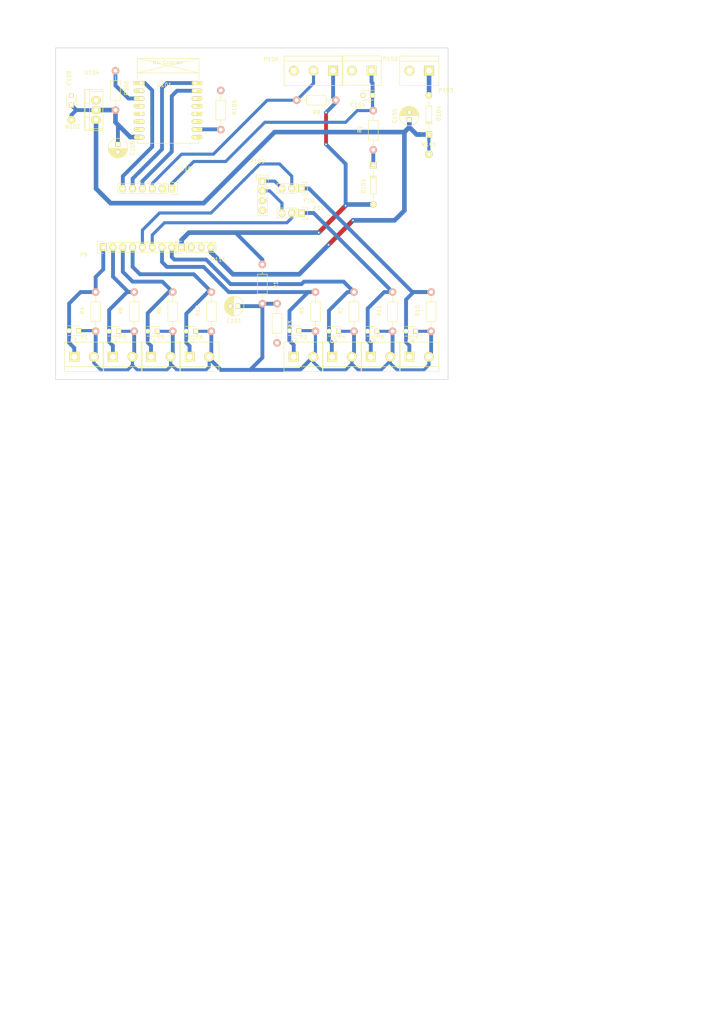
<source format=kicad_pcb>
(kicad_pcb (version 4) (host pcbnew 4.0.2+dfsg1-stable)

  (general
    (links 93)
    (no_connects 14)
    (area 74.539287 31.545903 265.735715 296.250001)
    (thickness 1.6)
    (drawings 18)
    (tracks 276)
    (zones 0)
    (modules 50)
    (nets 38)
  )

  (page A4)
  (layers
    (0 F.Cu signal)
    (31 B.Cu signal)
    (32 B.Adhes user)
    (33 F.Adhes user)
    (34 B.Paste user)
    (35 F.Paste user)
    (36 B.SilkS user)
    (37 F.SilkS user)
    (38 B.Mask user)
    (39 F.Mask user)
    (40 Dwgs.User user)
    (41 Cmts.User user)
    (42 Eco1.User user)
    (43 Eco2.User user)
    (44 Edge.Cuts user)
    (45 Margin user)
    (46 B.CrtYd user)
    (47 F.CrtYd user)
    (48 B.Fab user)
    (49 F.Fab user)
  )

  (setup
    (last_trace_width 0.25)
    (user_trace_width 0.4)
    (user_trace_width 0.6)
    (user_trace_width 0.8)
    (user_trace_width 1)
    (user_trace_width 1.2)
    (trace_clearance 0.25)
    (zone_clearance 0.508)
    (zone_45_only yes)
    (trace_min 0)
    (segment_width 0.2)
    (edge_width 0.15)
    (via_size 0.6)
    (via_drill 0.4)
    (via_min_size 0)
    (via_min_drill 0.3)
    (user_via 1.9 1)
    (uvia_size 0.3)
    (uvia_drill 0.1)
    (uvias_allowed no)
    (uvia_min_size 0)
    (uvia_min_drill 0.1)
    (pcb_text_width 0.3)
    (pcb_text_size 1.5 1.5)
    (mod_edge_width 0.15)
    (mod_text_size 1 1)
    (mod_text_width 0.15)
    (pad_size 2 2)
    (pad_drill 1.00076)
    (pad_to_mask_clearance 0.2)
    (aux_axis_origin 0 0)
    (visible_elements FFFFFF7F)
    (pcbplotparams
      (layerselection 0x010b0_80000001)
      (usegerberextensions false)
      (excludeedgelayer true)
      (linewidth 0.100000)
      (plotframeref false)
      (viasonmask false)
      (mode 1)
      (useauxorigin false)
      (hpglpennumber 1)
      (hpglpenspeed 20)
      (hpglpendiameter 15)
      (hpglpenoverlay 2)
      (psnegative false)
      (psa4output false)
      (plotreference true)
      (plotvalue true)
      (plotinvisibletext false)
      (padsonsilk false)
      (subtractmaskfromsilk false)
      (outputformat 1)
      (mirror false)
      (drillshape 0)
      (scaleselection 1)
      (outputdirectory gerber/))
  )

  (net 0 "")
  (net 1 GND)
  (net 2 /e_rx)
  (net 3 /e_tx)
  (net 4 /e_adc)
  (net 5 /e_cpd)
  (net 6 /e_g16)
  (net 7 /e_g14)
  (net 8 /e_g12)
  (net 9 /e_g13)
  (net 10 /e_g15)
  (net 11 /e_g02)
  (net 12 /e_g00)
  (net 13 /e_g04)
  (net 14 /e_g05)
  (net 15 /Ves_3V3)
  (net 16 /Var_8V)
  (net 17 /Vpc_5V)
  (net 18 /18b20)
  (net 19 "Net-(P111-Pad2)")
  (net 20 /e_rst)
  (net 21 /caudal_1)
  (net 22 "Net-(D104-Pad2)")
  (net 23 /Ref_medida)
  (net 24 /intensidad_2)
  (net 25 /intensidad_8)
  (net 26 /intensidad_3)
  (net 27 /intensidad_4)
  (net 28 /intensidad_5)
  (net 29 /intensidad_6)
  (net 30 /intensidad_1)
  (net 31 /intensidad_7)
  (net 32 "Net-(D105-Pad1)")
  (net 33 /inten_5_SDA)
  (net 34 /inten_6_SCL)
  (net 35 /scl)
  (net 36 /sda)
  (net 37 "Net-(P110-Pad2)")

  (net_class Default "This is the default net class."
    (clearance 0.25)
    (trace_width 0.25)
    (via_dia 0.6)
    (via_drill 0.4)
    (uvia_dia 0.3)
    (uvia_drill 0.1)
    (add_net /18b20)
    (add_net /Ref_medida)
    (add_net /Var_8V)
    (add_net /Ves_3V3)
    (add_net /Vpc_5V)
    (add_net /caudal_1)
    (add_net /e_adc)
    (add_net /e_cpd)
    (add_net /e_g00)
    (add_net /e_g02)
    (add_net /e_g04)
    (add_net /e_g05)
    (add_net /e_g12)
    (add_net /e_g13)
    (add_net /e_g14)
    (add_net /e_g15)
    (add_net /e_g16)
    (add_net /e_rst)
    (add_net /e_rx)
    (add_net /e_tx)
    (add_net /inten_5_SDA)
    (add_net /inten_6_SCL)
    (add_net /intensidad_1)
    (add_net /intensidad_2)
    (add_net /intensidad_3)
    (add_net /intensidad_4)
    (add_net /intensidad_5)
    (add_net /intensidad_6)
    (add_net /intensidad_7)
    (add_net /intensidad_8)
    (add_net /scl)
    (add_net /sda)
    (add_net GND)
    (add_net "Net-(D104-Pad2)")
    (add_net "Net-(D105-Pad1)")
    (add_net "Net-(P110-Pad2)")
    (add_net "Net-(P111-Pad2)")
  )

  (module Connect:bornier2 (layer F.Cu) (tedit 58AC7BDC) (tstamp 58A16E62)
    (at 168 49.5 180)
    (descr "Bornier d'alimentation 2 pins")
    (tags DEV)
    (path /5872AC26)
    (fp_text reference P102 (at -7.41 3.04 180) (layer F.SilkS)
      (effects (font (size 1 1) (thickness 0.15)))
    )
    (fp_text value CAUDAL_1 (at 0 5.08 180) (layer F.Fab)
      (effects (font (size 1 1) (thickness 0.15)))
    )
    (fp_line (start 5.08 2.54) (end -5.08 2.54) (layer F.SilkS) (width 0.15))
    (fp_line (start 5.08 3.81) (end 5.08 -3.81) (layer F.SilkS) (width 0.15))
    (fp_line (start 5.08 -3.81) (end -5.08 -3.81) (layer F.SilkS) (width 0.15))
    (fp_line (start -5.08 -3.81) (end -5.08 3.81) (layer F.SilkS) (width 0.15))
    (fp_line (start -5.08 3.81) (end 5.08 3.81) (layer F.SilkS) (width 0.15))
    (pad 1 thru_hole rect (at -2.54 0 180) (size 2.54 2.54) (drill 1.524) (layers *.Cu *.Mask F.SilkS)
      (net 21 /caudal_1))
    (pad 2 thru_hole circle (at 2.54 0 180) (size 2.54 2.54) (drill 1.524) (layers *.Cu *.Mask F.SilkS)
      (net 1 GND))
    (model Connect.3dshapes/bornier2.wrl
      (at (xyz 0 0 0))
      (scale (xyz 1 1 1))
      (rotate (xyz 0 0 0))
    )
  )

  (module Connect:bornier2 (layer F.Cu) (tedit 58AC7B13) (tstamp 58A16E68)
    (at 182.925 49.525 180)
    (descr "Bornier d'alimentation 2 pins")
    (tags DEV)
    (path /5872A04E)
    (fp_text reference P103 (at -6.92 -5.1 180) (layer F.SilkS)
      (effects (font (size 1 1) (thickness 0.15)))
    )
    (fp_text value V_IN (at 0 5.08 180) (layer F.Fab)
      (effects (font (size 1 1) (thickness 0.15)))
    )
    (fp_line (start 5.08 2.54) (end -5.08 2.54) (layer F.SilkS) (width 0.15))
    (fp_line (start 5.08 3.81) (end 5.08 -3.81) (layer F.SilkS) (width 0.15))
    (fp_line (start 5.08 -3.81) (end -5.08 -3.81) (layer F.SilkS) (width 0.15))
    (fp_line (start -5.08 -3.81) (end -5.08 3.81) (layer F.SilkS) (width 0.15))
    (fp_line (start -5.08 3.81) (end 5.08 3.81) (layer F.SilkS) (width 0.15))
    (pad 1 thru_hole rect (at -2.54 0 180) (size 2.54 2.54) (drill 1.524) (layers *.Cu *.Mask F.SilkS)
      (net 22 "Net-(D104-Pad2)"))
    (pad 2 thru_hole circle (at 2.54 0 180) (size 2.54 2.54) (drill 1.524) (layers *.Cu *.Mask F.SilkS)
      (net 1 GND))
    (model Connect.3dshapes/bornier2.wrl
      (at (xyz 0 0 0))
      (scale (xyz 1 1 1))
      (rotate (xyz 0 0 0))
    )
  )

  (module Connect:bornier3 (layer F.Cu) (tedit 58AC71AD) (tstamp 58A16E7B)
    (at 155.5 49.525 180)
    (descr "Bornier d'alimentation 3 pins")
    (tags DEV)
    (path /58A06006)
    (fp_text reference P106 (at 10.97 3 180) (layer F.SilkS)
      (effects (font (size 1 1) (thickness 0.15)))
    )
    (fp_text value 18b20 (at 0 5.08 180) (layer F.Fab)
      (effects (font (size 1 1) (thickness 0.15)))
    )
    (fp_line (start -7.62 3.81) (end -7.62 -3.81) (layer F.SilkS) (width 0.15))
    (fp_line (start 7.62 3.81) (end 7.62 -3.81) (layer F.SilkS) (width 0.15))
    (fp_line (start -7.62 2.54) (end 7.62 2.54) (layer F.SilkS) (width 0.15))
    (fp_line (start -7.62 -3.81) (end 7.62 -3.81) (layer F.SilkS) (width 0.15))
    (fp_line (start -7.62 3.81) (end 7.62 3.81) (layer F.SilkS) (width 0.15))
    (pad 1 thru_hole rect (at -5.08 0 180) (size 2.54 2.54) (drill 1.524) (layers *.Cu *.Mask F.SilkS)
      (net 17 /Vpc_5V))
    (pad 2 thru_hole circle (at 0 0 180) (size 2.54 2.54) (drill 1.524) (layers *.Cu *.Mask F.SilkS)
      (net 18 /18b20))
    (pad 3 thru_hole circle (at 5.08 0 180) (size 2.54 2.54) (drill 1.524) (layers *.Cu *.Mask F.SilkS)
      (net 1 GND))
    (model Connect.3dshapes/bornier3.wrl
      (at (xyz 0 0 0))
      (scale (xyz 1 1 1))
      (rotate (xyz 0 0 0))
    )
  )

  (module Pin_Headers:Pin_Header_Straight_1x04 (layer F.Cu) (tedit 59AFBA8B) (tstamp 58A99AB7)
    (at 121.285 95.25 90)
    (descr "Through hole pin header")
    (tags "pin header")
    (path /58A94F3F)
    (fp_text reference P111 (at -3.175 9.525 180) (layer F.SilkS)
      (effects (font (size 1 1) (thickness 0.15)))
    )
    (fp_text value ARD_ALI_04 (at -5.08 12.065 180) (layer F.Fab)
      (effects (font (size 1 1) (thickness 0.15)))
    )
    (fp_line (start -1.75 -1.75) (end -1.75 9.4) (layer F.CrtYd) (width 0.05))
    (fp_line (start 1.75 -1.75) (end 1.75 9.4) (layer F.CrtYd) (width 0.05))
    (fp_line (start -1.75 -1.75) (end 1.75 -1.75) (layer F.CrtYd) (width 0.05))
    (fp_line (start -1.75 9.4) (end 1.75 9.4) (layer F.CrtYd) (width 0.05))
    (fp_line (start -1.27 1.27) (end -1.27 8.89) (layer F.SilkS) (width 0.15))
    (fp_line (start 1.27 1.27) (end 1.27 8.89) (layer F.SilkS) (width 0.15))
    (fp_line (start 1.55 -1.55) (end 1.55 0) (layer F.SilkS) (width 0.15))
    (fp_line (start -1.27 8.89) (end 1.27 8.89) (layer F.SilkS) (width 0.15))
    (fp_line (start 1.27 1.27) (end -1.27 1.27) (layer F.SilkS) (width 0.15))
    (fp_line (start -1.55 0) (end -1.55 -1.55) (layer F.SilkS) (width 0.15))
    (fp_line (start -1.55 -1.55) (end 1.55 -1.55) (layer F.SilkS) (width 0.15))
    (pad 1 thru_hole rect (at 0 0 90) (size 2.032 1.7272) (drill 1.016) (layers *.Cu *.Mask F.SilkS)
      (net 17 /Vpc_5V))
    (pad 2 thru_hole oval (at 0 2.54 90) (size 2.032 1.7272) (drill 1.016) (layers *.Cu *.Mask F.SilkS)
      (net 19 "Net-(P111-Pad2)"))
    (pad 3 thru_hole oval (at 0 5.08 90) (size 2.032 1.7272) (drill 1.016) (layers *.Cu *.Mask F.SilkS)
      (net 1 GND))
    (pad 4 thru_hole oval (at 0 7.62 90) (size 2.032 1.7272) (drill 1.016) (layers *.Cu *.Mask F.SilkS)
      (net 16 /Var_8V))
    (model Pin_Headers.3dshapes/Pin_Header_Straight_1x04.wrl
      (at (xyz 0 -0.15 0))
      (scale (xyz 1 1 1))
      (rotate (xyz 0 0 90))
    )
  )

  (module oscar_libreria_huellas:TO-220-LM117 (layer F.Cu) (tedit 59AFDCFF) (tstamp 58C1B8C4)
    (at 99.1 59.7 90)
    (descr "Non Isolated JEDEC TO-220 Package")
    (tags "Power Integration YN Package")
    (path /58723FF5)
    (fp_text reference U104 (at 9.7 -1.1 180) (layer F.SilkS)
      (effects (font (size 1 1) (thickness 0.15)))
    )
    (fp_text value LM1117 (at 7.7 -0.1 360) (layer F.Fab)
      (effects (font (size 1 1) (thickness 0.15)))
    )
    (fp_line (start 4.826 -1.651) (end 4.826 1.778) (layer F.SilkS) (width 0.15))
    (fp_line (start -4.826 -1.651) (end -4.826 1.778) (layer F.SilkS) (width 0.15))
    (fp_line (start 5.334 -2.794) (end -5.334 -2.794) (layer F.SilkS) (width 0.15))
    (fp_line (start 1.778 -1.778) (end 1.778 -3.048) (layer F.SilkS) (width 0.15))
    (fp_line (start -1.778 -1.778) (end -1.778 -3.048) (layer F.SilkS) (width 0.15))
    (fp_line (start -5.334 -1.651) (end 5.334 -1.651) (layer F.SilkS) (width 0.15))
    (fp_line (start 5.334 1.778) (end -5.334 1.778) (layer F.SilkS) (width 0.15))
    (fp_line (start -5.334 -3.048) (end -5.334 1.778) (layer F.SilkS) (width 0.15))
    (fp_line (start 5.334 -3.048) (end 5.334 1.778) (layer F.SilkS) (width 0.15))
    (fp_line (start 5.334 -3.048) (end -5.334 -3.048) (layer F.SilkS) (width 0.15))
    (pad VO thru_hole oval (at 0 0 90) (size 2.032 2.54) (drill 1.143) (layers *.Cu *.Mask F.SilkS)
      (net 15 /Ves_3V3))
    (pad GND thru_hole oval (at 2.54 0 90) (size 2.032 2.54) (drill 1.143) (layers *.Cu *.Mask F.SilkS)
      (net 1 GND))
    (pad VI thru_hole oval (at -2.54 0 90) (size 2.032 2.54) (drill 1.143) (layers *.Cu *.Mask F.SilkS)
      (net 16 /Var_8V))
  )

  (module oscar_libreria_huellas:ESP-07v2_pad (layer F.Cu) (tedit 591C09BB) (tstamp 591C1BCC)
    (at 110.8 52.7)
    (descr "Module, ESP-8266, ESP-07v2, 16 pad, SMD")
    (tags "Module ESP-8266 ESP8266")
    (path /584C1CED)
    (fp_text reference U101 (at 6 0.5) (layer F.SilkS)
      (effects (font (size 1 1) (thickness 0.15)))
    )
    (fp_text value ESP-12 (at 7.25 2.25) (layer F.Fab)
      (effects (font (size 1 1) (thickness 0.15)))
    )
    (fp_line (start -2.25 -0.5) (end -2.25 -6.65) (layer F.CrtYd) (width 0.05))
    (fp_line (start -2.25 -6.65) (end 16.25 -6.65) (layer F.CrtYd) (width 0.05))
    (fp_line (start 16.25 -6.65) (end 16.25 16) (layer F.CrtYd) (width 0.05))
    (fp_line (start 16.25 16) (end -2.25 16) (layer F.CrtYd) (width 0.05))
    (fp_line (start -2.25 16) (end -2.25 -0.5) (layer F.CrtYd) (width 0.05))
    (fp_line (start -1 -6.4) (end 15 -6.4) (layer F.SilkS) (width 0.1524))
    (fp_line (start 15 -6.4) (end 15 -1) (layer F.SilkS) (width 0.1524))
    (fp_line (start -1 -6.4) (end -1 -1) (layer F.SilkS) (width 0.1524))
    (fp_line (start -1 14.8) (end -1 15.6) (layer F.SilkS) (width 0.1524))
    (fp_line (start -1 15.6) (end 15 15.6) (layer F.SilkS) (width 0.1524))
    (fp_line (start 15 15.6) (end 15 14.8) (layer F.SilkS) (width 0.1524))
    (fp_line (start 15 -6.4) (end -1 -2.6) (layer F.SilkS) (width 0.1524))
    (fp_line (start -1 -6.4) (end 15 -2.6) (layer F.SilkS) (width 0.1524))
    (fp_text user "No Copper" (at 6.892 -5.4) (layer F.SilkS)
      (effects (font (size 1 1) (thickness 0.15)))
    )
    (fp_line (start -1.008 -2.6) (end 14.992 -2.6) (layer F.SilkS) (width 0.1524))
    (fp_line (start 15 -6.4) (end 15 15.6) (layer F.Fab) (width 0.05))
    (fp_line (start 15 15.6) (end -1 15.6) (layer F.Fab) (width 0.05))
    (fp_line (start -1.008 15.6) (end -1.008 -6.4) (layer F.Fab) (width 0.05))
    (fp_line (start -1 -6.4) (end 15 -6.4) (layer F.Fab) (width 0.05))
    (pad 1 thru_hole rect (at 0 0) (size 2.8 1.1) (drill 0.65 (offset -0.5 0)) (layers *.Cu *.Mask F.SilkS)
      (net 20 /e_rst))
    (pad 2 thru_hole oval (at 0 2) (size 2.8 1.1) (drill 0.65 (offset -0.5 0)) (layers *.Cu *.Mask F.SilkS)
      (net 4 /e_adc))
    (pad 3 thru_hole oval (at 0 4) (size 2.8 1.1) (drill 0.65 (offset -0.5 0)) (layers *.Cu *.Mask F.SilkS)
      (net 5 /e_cpd))
    (pad 4 thru_hole oval (at 0 6) (size 2.8 1.1) (drill 0.65 (offset -0.5 0)) (layers *.Cu *.Mask F.SilkS)
      (net 6 /e_g16))
    (pad 5 thru_hole oval (at 0 8) (size 2.8 1.1) (drill 0.65 (offset -0.5 0)) (layers *.Cu *.Mask F.SilkS)
      (net 7 /e_g14))
    (pad 6 thru_hole oval (at 0 10) (size 2.8 1.1) (drill 0.65 (offset -0.5 0)) (layers *.Cu *.Mask F.SilkS)
      (net 8 /e_g12))
    (pad 7 thru_hole oval (at 0 12) (size 2.8 1.1) (drill 0.65 (offset -0.5 0)) (layers *.Cu *.Mask F.SilkS)
      (net 9 /e_g13))
    (pad 8 thru_hole oval (at 0 14) (size 2.8 1.1) (drill 0.65 (offset -0.5 0)) (layers *.Cu *.Mask F.SilkS)
      (net 15 /Ves_3V3))
    (pad 9 thru_hole oval (at 14 14) (size 2.8 1.1) (drill 0.65 (offset 0.5 0)) (layers *.Cu *.Mask F.SilkS)
      (net 1 GND))
    (pad 10 thru_hole oval (at 14 12) (size 2.8 1.1) (drill 0.65 (offset 0.5 0)) (layers *.Cu *.Mask F.SilkS)
      (net 10 /e_g15))
    (pad 11 thru_hole oval (at 14 10) (size 2.8 1.1) (drill 0.65 (offset 0.5 0)) (layers *.Cu *.Mask F.SilkS)
      (net 11 /e_g02))
    (pad 12 thru_hole oval (at 14 8) (size 2.8 1.1) (drill 0.65 (offset 0.5 0)) (layers *.Cu *.Mask F.SilkS)
      (net 12 /e_g00))
    (pad 13 thru_hole oval (at 14 6) (size 2.8 1.1) (drill 0.65 (offset 0.5 0)) (layers *.Cu *.Mask F.SilkS)
      (net 13 /e_g04))
    (pad 14 thru_hole oval (at 14 4) (size 2.8 1.1) (drill 0.65 (offset 0.5 0)) (layers *.Cu *.Mask F.SilkS)
      (net 14 /e_g05))
    (pad 15 thru_hole oval (at 14 2) (size 2.8 1.1) (drill 0.65 (offset 0.5 0)) (layers *.Cu *.Mask F.SilkS)
      (net 2 /e_rx))
    (pad 16 thru_hole oval (at 14 0) (size 2.8 1.1) (drill 0.65 (offset 0.5 0)) (layers *.Cu *.Mask F.SilkS)
      (net 3 /e_tx))
    (model ${ESPLIB}/ESP8266.3dshapes/ESP-07v2.wrl
      (at (xyz 0 0 0))
      (scale (xyz 0.3937 0.3937 0.3937))
      (rotate (xyz 0 0 0))
    )
  )

  (module Capacitors_ThroughHole:C_Disc_D3_P2.5 (layer F.Cu) (tedit 0) (tstamp 59AE4357)
    (at 105 117 180)
    (descr "Capacitor 3mm Disc, Pitch 2.5mm")
    (tags Capacitor)
    (path /59AD4A91)
    (fp_text reference C4 (at 1.25 -2.5 180) (layer F.SilkS)
      (effects (font (size 1 1) (thickness 0.15)))
    )
    (fp_text value 100nF (at 1.25 2.5 180) (layer F.Fab)
      (effects (font (size 1 1) (thickness 0.15)))
    )
    (fp_line (start -0.9 -1.5) (end 3.4 -1.5) (layer F.CrtYd) (width 0.05))
    (fp_line (start 3.4 -1.5) (end 3.4 1.5) (layer F.CrtYd) (width 0.05))
    (fp_line (start 3.4 1.5) (end -0.9 1.5) (layer F.CrtYd) (width 0.05))
    (fp_line (start -0.9 1.5) (end -0.9 -1.5) (layer F.CrtYd) (width 0.05))
    (fp_line (start -0.25 -1.25) (end 2.75 -1.25) (layer F.SilkS) (width 0.15))
    (fp_line (start 2.75 1.25) (end -0.25 1.25) (layer F.SilkS) (width 0.15))
    (pad 1 thru_hole rect (at 0 0 180) (size 1.3 1.3) (drill 0.8) (layers *.Cu *.Mask F.SilkS)
      (net 23 /Ref_medida))
    (pad 2 thru_hole circle (at 2.5 0 180) (size 1.3 1.3) (drill 0.8001) (layers *.Cu *.Mask F.SilkS)
      (net 24 /intensidad_2))
    (model Capacitors_ThroughHole.3dshapes/C_Disc_D3_P2.5.wrl
      (at (xyz 0.0492126 0 0))
      (scale (xyz 1 1 1))
      (rotate (xyz 0 0 0))
    )
  )

  (module Capacitors_ThroughHole:C_Disc_D3_P2.5 (layer F.Cu) (tedit 0) (tstamp 59AE435D)
    (at 162 117 180)
    (descr "Capacitor 3mm Disc, Pitch 2.5mm")
    (tags Capacitor)
    (path /59AD624F)
    (fp_text reference C5 (at 1.25 -2.5 180) (layer F.SilkS)
      (effects (font (size 1 1) (thickness 0.15)))
    )
    (fp_text value 100nF (at 1.25 2.5 180) (layer F.Fab)
      (effects (font (size 1 1) (thickness 0.15)))
    )
    (fp_line (start -0.9 -1.5) (end 3.4 -1.5) (layer F.CrtYd) (width 0.05))
    (fp_line (start 3.4 -1.5) (end 3.4 1.5) (layer F.CrtYd) (width 0.05))
    (fp_line (start 3.4 1.5) (end -0.9 1.5) (layer F.CrtYd) (width 0.05))
    (fp_line (start -0.9 1.5) (end -0.9 -1.5) (layer F.CrtYd) (width 0.05))
    (fp_line (start -0.25 -1.25) (end 2.75 -1.25) (layer F.SilkS) (width 0.15))
    (fp_line (start 2.75 1.25) (end -0.25 1.25) (layer F.SilkS) (width 0.15))
    (pad 1 thru_hole rect (at 0 0 180) (size 1.3 1.3) (drill 0.8) (layers *.Cu *.Mask F.SilkS)
      (net 23 /Ref_medida))
    (pad 2 thru_hole circle (at 2.5 0 180) (size 1.3 1.3) (drill 0.8001) (layers *.Cu *.Mask F.SilkS)
      (net 25 /intensidad_8))
    (model Capacitors_ThroughHole.3dshapes/C_Disc_D3_P2.5.wrl
      (at (xyz 0.0492126 0 0))
      (scale (xyz 1 1 1))
      (rotate (xyz 0 0 0))
    )
  )

  (module Capacitors_ThroughHole:C_Disc_D3_P2.5 (layer F.Cu) (tedit 0) (tstamp 59AE4363)
    (at 115 117 180)
    (descr "Capacitor 3mm Disc, Pitch 2.5mm")
    (tags Capacitor)
    (path /59AD51B8)
    (fp_text reference C6 (at 1.25 -2.5 180) (layer F.SilkS)
      (effects (font (size 1 1) (thickness 0.15)))
    )
    (fp_text value 100nF (at 1.25 2.5 180) (layer F.Fab)
      (effects (font (size 1 1) (thickness 0.15)))
    )
    (fp_line (start -0.9 -1.5) (end 3.4 -1.5) (layer F.CrtYd) (width 0.05))
    (fp_line (start 3.4 -1.5) (end 3.4 1.5) (layer F.CrtYd) (width 0.05))
    (fp_line (start 3.4 1.5) (end -0.9 1.5) (layer F.CrtYd) (width 0.05))
    (fp_line (start -0.9 1.5) (end -0.9 -1.5) (layer F.CrtYd) (width 0.05))
    (fp_line (start -0.25 -1.25) (end 2.75 -1.25) (layer F.SilkS) (width 0.15))
    (fp_line (start 2.75 1.25) (end -0.25 1.25) (layer F.SilkS) (width 0.15))
    (pad 1 thru_hole rect (at 0 0 180) (size 1.3 1.3) (drill 0.8) (layers *.Cu *.Mask F.SilkS)
      (net 23 /Ref_medida))
    (pad 2 thru_hole circle (at 2.5 0 180) (size 1.3 1.3) (drill 0.8001) (layers *.Cu *.Mask F.SilkS)
      (net 26 /intensidad_3))
    (model Capacitors_ThroughHole.3dshapes/C_Disc_D3_P2.5.wrl
      (at (xyz 0.0492126 0 0))
      (scale (xyz 1 1 1))
      (rotate (xyz 0 0 0))
    )
  )

  (module Capacitors_ThroughHole:C_Disc_D3_P2.5 (layer F.Cu) (tedit 0) (tstamp 59AE4369)
    (at 125 117 180)
    (descr "Capacitor 3mm Disc, Pitch 2.5mm")
    (tags Capacitor)
    (path /59AD598D)
    (fp_text reference C7 (at 1.25 -2.5 180) (layer F.SilkS)
      (effects (font (size 1 1) (thickness 0.15)))
    )
    (fp_text value 100nF (at 1.25 2.5 180) (layer F.Fab)
      (effects (font (size 1 1) (thickness 0.15)))
    )
    (fp_line (start -0.9 -1.5) (end 3.4 -1.5) (layer F.CrtYd) (width 0.05))
    (fp_line (start 3.4 -1.5) (end 3.4 1.5) (layer F.CrtYd) (width 0.05))
    (fp_line (start 3.4 1.5) (end -0.9 1.5) (layer F.CrtYd) (width 0.05))
    (fp_line (start -0.9 1.5) (end -0.9 -1.5) (layer F.CrtYd) (width 0.05))
    (fp_line (start -0.25 -1.25) (end 2.75 -1.25) (layer F.SilkS) (width 0.15))
    (fp_line (start 2.75 1.25) (end -0.25 1.25) (layer F.SilkS) (width 0.15))
    (pad 1 thru_hole rect (at 0 0 180) (size 1.3 1.3) (drill 0.8) (layers *.Cu *.Mask F.SilkS)
      (net 23 /Ref_medida))
    (pad 2 thru_hole circle (at 2.5 0 180) (size 1.3 1.3) (drill 0.8001) (layers *.Cu *.Mask F.SilkS)
      (net 27 /intensidad_4))
    (model Capacitors_ThroughHole.3dshapes/C_Disc_D3_P2.5.wrl
      (at (xyz 0.0492126 0 0))
      (scale (xyz 1 1 1))
      (rotate (xyz 0 0 0))
    )
  )

  (module Capacitors_ThroughHole:C_Disc_D3_P2.5 (layer F.Cu) (tedit 0) (tstamp 59AE436F)
    (at 182 117 180)
    (descr "Capacitor 3mm Disc, Pitch 2.5mm")
    (tags Capacitor)
    (path /59AD59B3)
    (fp_text reference C8 (at 1.25 -2.5 180) (layer F.SilkS)
      (effects (font (size 1 1) (thickness 0.15)))
    )
    (fp_text value 100nF (at 1.25 2.5 180) (layer F.Fab)
      (effects (font (size 1 1) (thickness 0.15)))
    )
    (fp_line (start -0.9 -1.5) (end 3.4 -1.5) (layer F.CrtYd) (width 0.05))
    (fp_line (start 3.4 -1.5) (end 3.4 1.5) (layer F.CrtYd) (width 0.05))
    (fp_line (start 3.4 1.5) (end -0.9 1.5) (layer F.CrtYd) (width 0.05))
    (fp_line (start -0.9 1.5) (end -0.9 -1.5) (layer F.CrtYd) (width 0.05))
    (fp_line (start -0.25 -1.25) (end 2.75 -1.25) (layer F.SilkS) (width 0.15))
    (fp_line (start 2.75 1.25) (end -0.25 1.25) (layer F.SilkS) (width 0.15))
    (pad 1 thru_hole rect (at 0 0 180) (size 1.3 1.3) (drill 0.8) (layers *.Cu *.Mask F.SilkS)
      (net 23 /Ref_medida))
    (pad 2 thru_hole circle (at 2.5 0 180) (size 1.3 1.3) (drill 0.8001) (layers *.Cu *.Mask F.SilkS)
      (net 28 /intensidad_5))
    (model Capacitors_ThroughHole.3dshapes/C_Disc_D3_P2.5.wrl
      (at (xyz 0.0492126 0 0))
      (scale (xyz 1 1 1))
      (rotate (xyz 0 0 0))
    )
  )

  (module Capacitors_ThroughHole:C_Disc_D3_P2.5 (layer F.Cu) (tedit 0) (tstamp 59AE4375)
    (at 172 117 180)
    (descr "Capacitor 3mm Disc, Pitch 2.5mm")
    (tags Capacitor)
    (path /59AD59C6)
    (fp_text reference C9 (at 1.25 -2.5 180) (layer F.SilkS)
      (effects (font (size 1 1) (thickness 0.15)))
    )
    (fp_text value 100nF (at 1.25 2.5 180) (layer F.Fab)
      (effects (font (size 1 1) (thickness 0.15)))
    )
    (fp_line (start -0.9 -1.5) (end 3.4 -1.5) (layer F.CrtYd) (width 0.05))
    (fp_line (start 3.4 -1.5) (end 3.4 1.5) (layer F.CrtYd) (width 0.05))
    (fp_line (start 3.4 1.5) (end -0.9 1.5) (layer F.CrtYd) (width 0.05))
    (fp_line (start -0.9 1.5) (end -0.9 -1.5) (layer F.CrtYd) (width 0.05))
    (fp_line (start -0.25 -1.25) (end 2.75 -1.25) (layer F.SilkS) (width 0.15))
    (fp_line (start 2.75 1.25) (end -0.25 1.25) (layer F.SilkS) (width 0.15))
    (pad 1 thru_hole rect (at 0 0 180) (size 1.3 1.3) (drill 0.8) (layers *.Cu *.Mask F.SilkS)
      (net 23 /Ref_medida))
    (pad 2 thru_hole circle (at 2.5 0 180) (size 1.3 1.3) (drill 0.8001) (layers *.Cu *.Mask F.SilkS)
      (net 29 /intensidad_6))
    (model Capacitors_ThroughHole.3dshapes/C_Disc_D3_P2.5.wrl
      (at (xyz 0.0492126 0 0))
      (scale (xyz 1 1 1))
      (rotate (xyz 0 0 0))
    )
  )

  (module Capacitors_ThroughHole:C_Radial_D5_L11_P2 (layer F.Cu) (tedit 0) (tstamp 59AE437B)
    (at 135.89 110.49 180)
    (descr "Radial Electrolytic Capacitor 5mm x Length 11mm, Pitch 2mm")
    (tags "Electrolytic Capacitor")
    (path /59AD144A)
    (fp_text reference C101 (at 1 -3.8 180) (layer F.SilkS)
      (effects (font (size 1 1) (thickness 0.15)))
    )
    (fp_text value 22uF (at 1 3.8 180) (layer F.Fab)
      (effects (font (size 1 1) (thickness 0.15)))
    )
    (fp_line (start 1.075 -2.499) (end 1.075 2.499) (layer F.SilkS) (width 0.15))
    (fp_line (start 1.215 -2.491) (end 1.215 -0.154) (layer F.SilkS) (width 0.15))
    (fp_line (start 1.215 0.154) (end 1.215 2.491) (layer F.SilkS) (width 0.15))
    (fp_line (start 1.355 -2.475) (end 1.355 -0.473) (layer F.SilkS) (width 0.15))
    (fp_line (start 1.355 0.473) (end 1.355 2.475) (layer F.SilkS) (width 0.15))
    (fp_line (start 1.495 -2.451) (end 1.495 -0.62) (layer F.SilkS) (width 0.15))
    (fp_line (start 1.495 0.62) (end 1.495 2.451) (layer F.SilkS) (width 0.15))
    (fp_line (start 1.635 -2.418) (end 1.635 -0.712) (layer F.SilkS) (width 0.15))
    (fp_line (start 1.635 0.712) (end 1.635 2.418) (layer F.SilkS) (width 0.15))
    (fp_line (start 1.775 -2.377) (end 1.775 -0.768) (layer F.SilkS) (width 0.15))
    (fp_line (start 1.775 0.768) (end 1.775 2.377) (layer F.SilkS) (width 0.15))
    (fp_line (start 1.915 -2.327) (end 1.915 -0.795) (layer F.SilkS) (width 0.15))
    (fp_line (start 1.915 0.795) (end 1.915 2.327) (layer F.SilkS) (width 0.15))
    (fp_line (start 2.055 -2.266) (end 2.055 -0.798) (layer F.SilkS) (width 0.15))
    (fp_line (start 2.055 0.798) (end 2.055 2.266) (layer F.SilkS) (width 0.15))
    (fp_line (start 2.195 -2.196) (end 2.195 -0.776) (layer F.SilkS) (width 0.15))
    (fp_line (start 2.195 0.776) (end 2.195 2.196) (layer F.SilkS) (width 0.15))
    (fp_line (start 2.335 -2.114) (end 2.335 -0.726) (layer F.SilkS) (width 0.15))
    (fp_line (start 2.335 0.726) (end 2.335 2.114) (layer F.SilkS) (width 0.15))
    (fp_line (start 2.475 -2.019) (end 2.475 -0.644) (layer F.SilkS) (width 0.15))
    (fp_line (start 2.475 0.644) (end 2.475 2.019) (layer F.SilkS) (width 0.15))
    (fp_line (start 2.615 -1.908) (end 2.615 -0.512) (layer F.SilkS) (width 0.15))
    (fp_line (start 2.615 0.512) (end 2.615 1.908) (layer F.SilkS) (width 0.15))
    (fp_line (start 2.755 -1.78) (end 2.755 -0.265) (layer F.SilkS) (width 0.15))
    (fp_line (start 2.755 0.265) (end 2.755 1.78) (layer F.SilkS) (width 0.15))
    (fp_line (start 2.895 -1.631) (end 2.895 1.631) (layer F.SilkS) (width 0.15))
    (fp_line (start 3.035 -1.452) (end 3.035 1.452) (layer F.SilkS) (width 0.15))
    (fp_line (start 3.175 -1.233) (end 3.175 1.233) (layer F.SilkS) (width 0.15))
    (fp_line (start 3.315 -0.944) (end 3.315 0.944) (layer F.SilkS) (width 0.15))
    (fp_line (start 3.455 -0.472) (end 3.455 0.472) (layer F.SilkS) (width 0.15))
    (fp_circle (center 2 0) (end 2 -0.8) (layer F.SilkS) (width 0.15))
    (fp_circle (center 1 0) (end 1 -2.5375) (layer F.SilkS) (width 0.15))
    (fp_circle (center 1 0) (end 1 -2.8) (layer F.CrtYd) (width 0.05))
    (pad 1 thru_hole rect (at 0 0 180) (size 1.3 1.3) (drill 0.8) (layers *.Cu *.Mask F.SilkS)
      (net 23 /Ref_medida))
    (pad 2 thru_hole circle (at 2 0 180) (size 1.3 1.3) (drill 0.8) (layers *.Cu *.Mask F.SilkS)
      (net 1 GND))
    (model Capacitors_ThroughHole.3dshapes/C_Radial_D5_L11_P2.wrl
      (at (xyz 0 0 0))
      (scale (xyz 1 1 1))
      (rotate (xyz 0 0 0))
    )
  )

  (module Capacitors_ThroughHole:C_Disc_D3_P2.5 (layer F.Cu) (tedit 59AFE164) (tstamp 59AE438D)
    (at 170.815 55.88 180)
    (descr "Capacitor 3mm Disc, Pitch 2.5mm")
    (tags Capacitor)
    (path /58501908)
    (fp_text reference C104 (at 3.81 -2.54 180) (layer F.SilkS)
      (effects (font (size 1 1) (thickness 0.15)))
    )
    (fp_text value 100nF (at 1.25 2.5 180) (layer F.Fab)
      (effects (font (size 1 1) (thickness 0.15)))
    )
    (fp_line (start -0.9 -1.5) (end 3.4 -1.5) (layer F.CrtYd) (width 0.05))
    (fp_line (start 3.4 -1.5) (end 3.4 1.5) (layer F.CrtYd) (width 0.05))
    (fp_line (start 3.4 1.5) (end -0.9 1.5) (layer F.CrtYd) (width 0.05))
    (fp_line (start -0.9 1.5) (end -0.9 -1.5) (layer F.CrtYd) (width 0.05))
    (fp_line (start -0.25 -1.25) (end 2.75 -1.25) (layer F.SilkS) (width 0.15))
    (fp_line (start 2.75 1.25) (end -0.25 1.25) (layer F.SilkS) (width 0.15))
    (pad 1 thru_hole rect (at 0 0 180) (size 1.3 1.3) (drill 0.8) (layers *.Cu *.Mask F.SilkS)
      (net 21 /caudal_1))
    (pad 2 thru_hole circle (at 2.5 0 180) (size 1.3 1.3) (drill 0.8001) (layers *.Cu *.Mask F.SilkS)
      (net 1 GND))
    (model Capacitors_ThroughHole.3dshapes/C_Disc_D3_P2.5.wrl
      (at (xyz 0.0492126 0 0))
      (scale (xyz 1 1 1))
      (rotate (xyz 0 0 0))
    )
  )

  (module Capacitors_ThroughHole:C_Radial_D5_L11_P2 (layer F.Cu) (tedit 0) (tstamp 59AE4393)
    (at 180.34 62.23 90)
    (descr "Radial Electrolytic Capacitor 5mm x Length 11mm, Pitch 2mm")
    (tags "Electrolytic Capacitor")
    (path /58A1D1FB)
    (fp_text reference C105 (at 1 -3.8 90) (layer F.SilkS)
      (effects (font (size 1 1) (thickness 0.15)))
    )
    (fp_text value 220uF (at 1 3.8 90) (layer F.Fab)
      (effects (font (size 1 1) (thickness 0.15)))
    )
    (fp_line (start 1.075 -2.499) (end 1.075 2.499) (layer F.SilkS) (width 0.15))
    (fp_line (start 1.215 -2.491) (end 1.215 -0.154) (layer F.SilkS) (width 0.15))
    (fp_line (start 1.215 0.154) (end 1.215 2.491) (layer F.SilkS) (width 0.15))
    (fp_line (start 1.355 -2.475) (end 1.355 -0.473) (layer F.SilkS) (width 0.15))
    (fp_line (start 1.355 0.473) (end 1.355 2.475) (layer F.SilkS) (width 0.15))
    (fp_line (start 1.495 -2.451) (end 1.495 -0.62) (layer F.SilkS) (width 0.15))
    (fp_line (start 1.495 0.62) (end 1.495 2.451) (layer F.SilkS) (width 0.15))
    (fp_line (start 1.635 -2.418) (end 1.635 -0.712) (layer F.SilkS) (width 0.15))
    (fp_line (start 1.635 0.712) (end 1.635 2.418) (layer F.SilkS) (width 0.15))
    (fp_line (start 1.775 -2.377) (end 1.775 -0.768) (layer F.SilkS) (width 0.15))
    (fp_line (start 1.775 0.768) (end 1.775 2.377) (layer F.SilkS) (width 0.15))
    (fp_line (start 1.915 -2.327) (end 1.915 -0.795) (layer F.SilkS) (width 0.15))
    (fp_line (start 1.915 0.795) (end 1.915 2.327) (layer F.SilkS) (width 0.15))
    (fp_line (start 2.055 -2.266) (end 2.055 -0.798) (layer F.SilkS) (width 0.15))
    (fp_line (start 2.055 0.798) (end 2.055 2.266) (layer F.SilkS) (width 0.15))
    (fp_line (start 2.195 -2.196) (end 2.195 -0.776) (layer F.SilkS) (width 0.15))
    (fp_line (start 2.195 0.776) (end 2.195 2.196) (layer F.SilkS) (width 0.15))
    (fp_line (start 2.335 -2.114) (end 2.335 -0.726) (layer F.SilkS) (width 0.15))
    (fp_line (start 2.335 0.726) (end 2.335 2.114) (layer F.SilkS) (width 0.15))
    (fp_line (start 2.475 -2.019) (end 2.475 -0.644) (layer F.SilkS) (width 0.15))
    (fp_line (start 2.475 0.644) (end 2.475 2.019) (layer F.SilkS) (width 0.15))
    (fp_line (start 2.615 -1.908) (end 2.615 -0.512) (layer F.SilkS) (width 0.15))
    (fp_line (start 2.615 0.512) (end 2.615 1.908) (layer F.SilkS) (width 0.15))
    (fp_line (start 2.755 -1.78) (end 2.755 -0.265) (layer F.SilkS) (width 0.15))
    (fp_line (start 2.755 0.265) (end 2.755 1.78) (layer F.SilkS) (width 0.15))
    (fp_line (start 2.895 -1.631) (end 2.895 1.631) (layer F.SilkS) (width 0.15))
    (fp_line (start 3.035 -1.452) (end 3.035 1.452) (layer F.SilkS) (width 0.15))
    (fp_line (start 3.175 -1.233) (end 3.175 1.233) (layer F.SilkS) (width 0.15))
    (fp_line (start 3.315 -0.944) (end 3.315 0.944) (layer F.SilkS) (width 0.15))
    (fp_line (start 3.455 -0.472) (end 3.455 0.472) (layer F.SilkS) (width 0.15))
    (fp_circle (center 2 0) (end 2 -0.8) (layer F.SilkS) (width 0.15))
    (fp_circle (center 1 0) (end 1 -2.5375) (layer F.SilkS) (width 0.15))
    (fp_circle (center 1 0) (end 1 -2.8) (layer F.CrtYd) (width 0.05))
    (pad 1 thru_hole rect (at 0 0 90) (size 1.3 1.3) (drill 0.8) (layers *.Cu *.Mask F.SilkS)
      (net 16 /Var_8V))
    (pad 2 thru_hole circle (at 2 0 90) (size 1.3 1.3) (drill 0.8) (layers *.Cu *.Mask F.SilkS)
      (net 1 GND))
    (model Capacitors_ThroughHole.3dshapes/C_Radial_D5_L11_P2.wrl
      (at (xyz 0 0 0))
      (scale (xyz 1 1 1))
      (rotate (xyz 0 0 0))
    )
  )

  (module Capacitors_ThroughHole:C_Radial_D5_L11_P2 (layer F.Cu) (tedit 0) (tstamp 59AE4399)
    (at 104.775 68.58 270)
    (descr "Radial Electrolytic Capacitor 5mm x Length 11mm, Pitch 2mm")
    (tags "Electrolytic Capacitor")
    (path /58A1C097)
    (fp_text reference C106 (at 1 -3.8 270) (layer F.SilkS)
      (effects (font (size 1 1) (thickness 0.15)))
    )
    (fp_text value 22uF (at 1 3.8 270) (layer F.Fab)
      (effects (font (size 1 1) (thickness 0.15)))
    )
    (fp_line (start 1.075 -2.499) (end 1.075 2.499) (layer F.SilkS) (width 0.15))
    (fp_line (start 1.215 -2.491) (end 1.215 -0.154) (layer F.SilkS) (width 0.15))
    (fp_line (start 1.215 0.154) (end 1.215 2.491) (layer F.SilkS) (width 0.15))
    (fp_line (start 1.355 -2.475) (end 1.355 -0.473) (layer F.SilkS) (width 0.15))
    (fp_line (start 1.355 0.473) (end 1.355 2.475) (layer F.SilkS) (width 0.15))
    (fp_line (start 1.495 -2.451) (end 1.495 -0.62) (layer F.SilkS) (width 0.15))
    (fp_line (start 1.495 0.62) (end 1.495 2.451) (layer F.SilkS) (width 0.15))
    (fp_line (start 1.635 -2.418) (end 1.635 -0.712) (layer F.SilkS) (width 0.15))
    (fp_line (start 1.635 0.712) (end 1.635 2.418) (layer F.SilkS) (width 0.15))
    (fp_line (start 1.775 -2.377) (end 1.775 -0.768) (layer F.SilkS) (width 0.15))
    (fp_line (start 1.775 0.768) (end 1.775 2.377) (layer F.SilkS) (width 0.15))
    (fp_line (start 1.915 -2.327) (end 1.915 -0.795) (layer F.SilkS) (width 0.15))
    (fp_line (start 1.915 0.795) (end 1.915 2.327) (layer F.SilkS) (width 0.15))
    (fp_line (start 2.055 -2.266) (end 2.055 -0.798) (layer F.SilkS) (width 0.15))
    (fp_line (start 2.055 0.798) (end 2.055 2.266) (layer F.SilkS) (width 0.15))
    (fp_line (start 2.195 -2.196) (end 2.195 -0.776) (layer F.SilkS) (width 0.15))
    (fp_line (start 2.195 0.776) (end 2.195 2.196) (layer F.SilkS) (width 0.15))
    (fp_line (start 2.335 -2.114) (end 2.335 -0.726) (layer F.SilkS) (width 0.15))
    (fp_line (start 2.335 0.726) (end 2.335 2.114) (layer F.SilkS) (width 0.15))
    (fp_line (start 2.475 -2.019) (end 2.475 -0.644) (layer F.SilkS) (width 0.15))
    (fp_line (start 2.475 0.644) (end 2.475 2.019) (layer F.SilkS) (width 0.15))
    (fp_line (start 2.615 -1.908) (end 2.615 -0.512) (layer F.SilkS) (width 0.15))
    (fp_line (start 2.615 0.512) (end 2.615 1.908) (layer F.SilkS) (width 0.15))
    (fp_line (start 2.755 -1.78) (end 2.755 -0.265) (layer F.SilkS) (width 0.15))
    (fp_line (start 2.755 0.265) (end 2.755 1.78) (layer F.SilkS) (width 0.15))
    (fp_line (start 2.895 -1.631) (end 2.895 1.631) (layer F.SilkS) (width 0.15))
    (fp_line (start 3.035 -1.452) (end 3.035 1.452) (layer F.SilkS) (width 0.15))
    (fp_line (start 3.175 -1.233) (end 3.175 1.233) (layer F.SilkS) (width 0.15))
    (fp_line (start 3.315 -0.944) (end 3.315 0.944) (layer F.SilkS) (width 0.15))
    (fp_line (start 3.455 -0.472) (end 3.455 0.472) (layer F.SilkS) (width 0.15))
    (fp_circle (center 2 0) (end 2 -0.8) (layer F.SilkS) (width 0.15))
    (fp_circle (center 1 0) (end 1 -2.5375) (layer F.SilkS) (width 0.15))
    (fp_circle (center 1 0) (end 1 -2.8) (layer F.CrtYd) (width 0.05))
    (pad 1 thru_hole rect (at 0 0 270) (size 1.3 1.3) (drill 0.8) (layers *.Cu *.Mask F.SilkS)
      (net 15 /Ves_3V3))
    (pad 2 thru_hole circle (at 2 0 270) (size 1.3 1.3) (drill 0.8) (layers *.Cu *.Mask F.SilkS)
      (net 1 GND))
    (model Capacitors_ThroughHole.3dshapes/C_Radial_D5_L11_P2.wrl
      (at (xyz 0 0 0))
      (scale (xyz 1 1 1))
      (rotate (xyz 0 0 0))
    )
  )

  (module Capacitors_ThroughHole:C_Disc_D3_P2.5 (layer F.Cu) (tedit 59AFE1AB) (tstamp 59AE439F)
    (at 92.71 58.42 90)
    (descr "Capacitor 3mm Disc, Pitch 2.5mm")
    (tags Capacitor)
    (path /58AAD2FF)
    (fp_text reference C108 (at 6.985 -0.635 90) (layer F.SilkS)
      (effects (font (size 1 1) (thickness 0.15)))
    )
    (fp_text value 100nF (at 7.62 1.27 90) (layer F.Fab)
      (effects (font (size 1 1) (thickness 0.15)))
    )
    (fp_line (start -0.9 -1.5) (end 3.4 -1.5) (layer F.CrtYd) (width 0.05))
    (fp_line (start 3.4 -1.5) (end 3.4 1.5) (layer F.CrtYd) (width 0.05))
    (fp_line (start 3.4 1.5) (end -0.9 1.5) (layer F.CrtYd) (width 0.05))
    (fp_line (start -0.9 1.5) (end -0.9 -1.5) (layer F.CrtYd) (width 0.05))
    (fp_line (start -0.25 -1.25) (end 2.75 -1.25) (layer F.SilkS) (width 0.15))
    (fp_line (start 2.75 1.25) (end -0.25 1.25) (layer F.SilkS) (width 0.15))
    (pad 1 thru_hole rect (at 0 0 90) (size 1.3 1.3) (drill 0.8) (layers *.Cu *.Mask F.SilkS)
      (net 15 /Ves_3V3))
    (pad 2 thru_hole circle (at 2.5 0 90) (size 1.3 1.3) (drill 0.8001) (layers *.Cu *.Mask F.SilkS)
      (net 1 GND))
    (model Capacitors_ThroughHole.3dshapes/C_Disc_D3_P2.5.wrl
      (at (xyz 0.0492126 0 0))
      (scale (xyz 1 1 1))
      (rotate (xyz 0 0 0))
    )
  )

  (module Diodes_ThroughHole:Diode_DO-35_SOD27_Horizontal_RM10 (layer F.Cu) (tedit 552FFC30) (tstamp 59AE43A5)
    (at 185.42 66.04 90)
    (descr "Diode, DO-35,  SOD27, Horizontal, RM 10mm")
    (tags "Diode, DO-35, SOD27, Horizontal, RM 10mm, 1N4148,")
    (path /58AA185E)
    (fp_text reference D104 (at 5.43052 2.53746 90) (layer F.SilkS)
      (effects (font (size 1 1) (thickness 0.15)))
    )
    (fp_text value 1N4007 (at 4.41452 -3.55854 90) (layer F.Fab)
      (effects (font (size 1 1) (thickness 0.15)))
    )
    (fp_line (start 7.36652 -0.00254) (end 8.76352 -0.00254) (layer F.SilkS) (width 0.15))
    (fp_line (start 2.92152 -0.00254) (end 1.39752 -0.00254) (layer F.SilkS) (width 0.15))
    (fp_line (start 3.30252 -0.76454) (end 3.30252 0.75946) (layer F.SilkS) (width 0.15))
    (fp_line (start 3.04852 -0.76454) (end 3.04852 0.75946) (layer F.SilkS) (width 0.15))
    (fp_line (start 2.79452 -0.00254) (end 2.79452 0.75946) (layer F.SilkS) (width 0.15))
    (fp_line (start 2.79452 0.75946) (end 7.36652 0.75946) (layer F.SilkS) (width 0.15))
    (fp_line (start 7.36652 0.75946) (end 7.36652 -0.76454) (layer F.SilkS) (width 0.15))
    (fp_line (start 7.36652 -0.76454) (end 2.79452 -0.76454) (layer F.SilkS) (width 0.15))
    (fp_line (start 2.79452 -0.76454) (end 2.79452 -0.00254) (layer F.SilkS) (width 0.15))
    (pad 2 thru_hole circle (at 10.16052 -0.00254 270) (size 1.69926 1.69926) (drill 0.70104) (layers *.Cu *.Mask F.SilkS)
      (net 22 "Net-(D104-Pad2)"))
    (pad 1 thru_hole rect (at 0.00052 -0.00254 270) (size 1.69926 1.69926) (drill 0.70104) (layers *.Cu *.Mask F.SilkS)
      (net 16 /Var_8V))
    (model Diodes_ThroughHole.3dshapes/Diode_DO-35_SOD27_Horizontal_RM10.wrl
      (at (xyz 0.2 0 0))
      (scale (xyz 0.4 0.4 0.4))
      (rotate (xyz 0 0 180))
    )
  )

  (module Diodes_ThroughHole:Diode_DO-35_SOD27_Horizontal_RM10 (layer F.Cu) (tedit 552FFC30) (tstamp 59AE43AB)
    (at 171 74 270)
    (descr "Diode, DO-35,  SOD27, Horizontal, RM 10mm")
    (tags "Diode, DO-35, SOD27, Horizontal, RM 10mm, 1N4148,")
    (path /58AE9BB6)
    (fp_text reference D105 (at 5.43052 2.53746 270) (layer F.SilkS)
      (effects (font (size 1 1) (thickness 0.15)))
    )
    (fp_text value 1N4007 (at 4.41452 -3.55854 270) (layer F.Fab)
      (effects (font (size 1 1) (thickness 0.15)))
    )
    (fp_line (start 7.36652 -0.00254) (end 8.76352 -0.00254) (layer F.SilkS) (width 0.15))
    (fp_line (start 2.92152 -0.00254) (end 1.39752 -0.00254) (layer F.SilkS) (width 0.15))
    (fp_line (start 3.30252 -0.76454) (end 3.30252 0.75946) (layer F.SilkS) (width 0.15))
    (fp_line (start 3.04852 -0.76454) (end 3.04852 0.75946) (layer F.SilkS) (width 0.15))
    (fp_line (start 2.79452 -0.00254) (end 2.79452 0.75946) (layer F.SilkS) (width 0.15))
    (fp_line (start 2.79452 0.75946) (end 7.36652 0.75946) (layer F.SilkS) (width 0.15))
    (fp_line (start 7.36652 0.75946) (end 7.36652 -0.76454) (layer F.SilkS) (width 0.15))
    (fp_line (start 7.36652 -0.76454) (end 2.79452 -0.76454) (layer F.SilkS) (width 0.15))
    (fp_line (start 2.79452 -0.76454) (end 2.79452 -0.00254) (layer F.SilkS) (width 0.15))
    (pad 2 thru_hole circle (at 10.16052 -0.00254 90) (size 1.69926 1.69926) (drill 0.70104) (layers *.Cu *.Mask F.SilkS)
      (net 17 /Vpc_5V))
    (pad 1 thru_hole rect (at 0.00052 -0.00254 90) (size 1.69926 1.69926) (drill 0.70104) (layers *.Cu *.Mask F.SilkS)
      (net 32 "Net-(D105-Pad1)"))
    (model Diodes_ThroughHole.3dshapes/Diode_DO-35_SOD27_Horizontal_RM10.wrl
      (at (xyz 0.2 0 0))
      (scale (xyz 0.4 0.4 0.4))
      (rotate (xyz 0 0 180))
    )
  )

  (module Connect:bornier2 (layer F.Cu) (tedit 0) (tstamp 59AE43B1)
    (at 96 123.6)
    (descr "Bornier d'alimentation 2 pins")
    (tags DEV)
    (path /59AD216F)
    (fp_text reference P1 (at 0 -5.08) (layer F.SilkS)
      (effects (font (size 1 1) (thickness 0.15)))
    )
    (fp_text value PINZA_1 (at 0 5.08) (layer F.Fab)
      (effects (font (size 1 1) (thickness 0.15)))
    )
    (fp_line (start 5.08 2.54) (end -5.08 2.54) (layer F.SilkS) (width 0.15))
    (fp_line (start 5.08 3.81) (end 5.08 -3.81) (layer F.SilkS) (width 0.15))
    (fp_line (start 5.08 -3.81) (end -5.08 -3.81) (layer F.SilkS) (width 0.15))
    (fp_line (start -5.08 -3.81) (end -5.08 3.81) (layer F.SilkS) (width 0.15))
    (fp_line (start -5.08 3.81) (end 5.08 3.81) (layer F.SilkS) (width 0.15))
    (pad 1 thru_hole rect (at -2.54 0) (size 2.54 2.54) (drill 1.524) (layers *.Cu *.Mask F.SilkS)
      (net 30 /intensidad_1))
    (pad 2 thru_hole circle (at 2.54 0) (size 2.54 2.54) (drill 1.524) (layers *.Cu *.Mask F.SilkS)
      (net 23 /Ref_medida))
    (model Connect.3dshapes/bornier2.wrl
      (at (xyz 0 0 0))
      (scale (xyz 1 1 1))
      (rotate (xyz 0 0 0))
    )
  )

  (module Connect:bornier2 (layer F.Cu) (tedit 0) (tstamp 59AE43B7)
    (at 152.9 123.6)
    (descr "Bornier d'alimentation 2 pins")
    (tags DEV)
    (path /59AD6230)
    (fp_text reference P2 (at 0 -5.08) (layer F.SilkS)
      (effects (font (size 1 1) (thickness 0.15)))
    )
    (fp_text value PINZA_7 (at 0 5.08) (layer F.Fab)
      (effects (font (size 1 1) (thickness 0.15)))
    )
    (fp_line (start 5.08 2.54) (end -5.08 2.54) (layer F.SilkS) (width 0.15))
    (fp_line (start 5.08 3.81) (end 5.08 -3.81) (layer F.SilkS) (width 0.15))
    (fp_line (start 5.08 -3.81) (end -5.08 -3.81) (layer F.SilkS) (width 0.15))
    (fp_line (start -5.08 -3.81) (end -5.08 3.81) (layer F.SilkS) (width 0.15))
    (fp_line (start -5.08 3.81) (end 5.08 3.81) (layer F.SilkS) (width 0.15))
    (pad 1 thru_hole rect (at -2.54 0) (size 2.54 2.54) (drill 1.524) (layers *.Cu *.Mask F.SilkS)
      (net 31 /intensidad_7))
    (pad 2 thru_hole circle (at 2.54 0) (size 2.54 2.54) (drill 1.524) (layers *.Cu *.Mask F.SilkS)
      (net 23 /Ref_medida))
    (model Connect.3dshapes/bornier2.wrl
      (at (xyz 0 0 0))
      (scale (xyz 1 1 1))
      (rotate (xyz 0 0 0))
    )
  )

  (module Connect:bornier2 (layer F.Cu) (tedit 0) (tstamp 59AE43BD)
    (at 106 123.6)
    (descr "Bornier d'alimentation 2 pins")
    (tags DEV)
    (path /59AD4A85)
    (fp_text reference P3 (at 0 -5.08) (layer F.SilkS)
      (effects (font (size 1 1) (thickness 0.15)))
    )
    (fp_text value PINZA_2 (at 0 5.08) (layer F.Fab)
      (effects (font (size 1 1) (thickness 0.15)))
    )
    (fp_line (start 5.08 2.54) (end -5.08 2.54) (layer F.SilkS) (width 0.15))
    (fp_line (start 5.08 3.81) (end 5.08 -3.81) (layer F.SilkS) (width 0.15))
    (fp_line (start 5.08 -3.81) (end -5.08 -3.81) (layer F.SilkS) (width 0.15))
    (fp_line (start -5.08 -3.81) (end -5.08 3.81) (layer F.SilkS) (width 0.15))
    (fp_line (start -5.08 3.81) (end 5.08 3.81) (layer F.SilkS) (width 0.15))
    (pad 1 thru_hole rect (at -2.54 0) (size 2.54 2.54) (drill 1.524) (layers *.Cu *.Mask F.SilkS)
      (net 24 /intensidad_2))
    (pad 2 thru_hole circle (at 2.54 0) (size 2.54 2.54) (drill 1.524) (layers *.Cu *.Mask F.SilkS)
      (net 23 /Ref_medida))
    (model Connect.3dshapes/bornier2.wrl
      (at (xyz 0 0 0))
      (scale (xyz 1 1 1))
      (rotate (xyz 0 0 0))
    )
  )

  (module Connect:bornier2 (layer F.Cu) (tedit 0) (tstamp 59AE43C3)
    (at 162.9 123.6)
    (descr "Bornier d'alimentation 2 pins")
    (tags DEV)
    (path /59AD6243)
    (fp_text reference P4 (at 0 -5.08) (layer F.SilkS)
      (effects (font (size 1 1) (thickness 0.15)))
    )
    (fp_text value PINZA_8 (at 0 5.08) (layer F.Fab)
      (effects (font (size 1 1) (thickness 0.15)))
    )
    (fp_line (start 5.08 2.54) (end -5.08 2.54) (layer F.SilkS) (width 0.15))
    (fp_line (start 5.08 3.81) (end 5.08 -3.81) (layer F.SilkS) (width 0.15))
    (fp_line (start 5.08 -3.81) (end -5.08 -3.81) (layer F.SilkS) (width 0.15))
    (fp_line (start -5.08 -3.81) (end -5.08 3.81) (layer F.SilkS) (width 0.15))
    (fp_line (start -5.08 3.81) (end 5.08 3.81) (layer F.SilkS) (width 0.15))
    (pad 1 thru_hole rect (at -2.54 0) (size 2.54 2.54) (drill 1.524) (layers *.Cu *.Mask F.SilkS)
      (net 25 /intensidad_8))
    (pad 2 thru_hole circle (at 2.54 0) (size 2.54 2.54) (drill 1.524) (layers *.Cu *.Mask F.SilkS)
      (net 23 /Ref_medida))
    (model Connect.3dshapes/bornier2.wrl
      (at (xyz 0 0 0))
      (scale (xyz 1 1 1))
      (rotate (xyz 0 0 0))
    )
  )

  (module Connect:bornier2 (layer F.Cu) (tedit 0) (tstamp 59AE43C9)
    (at 115.9 123.6)
    (descr "Bornier d'alimentation 2 pins")
    (tags DEV)
    (path /59AD51AC)
    (fp_text reference P5 (at 0 -5.08) (layer F.SilkS)
      (effects (font (size 1 1) (thickness 0.15)))
    )
    (fp_text value PINZA_3 (at 0 5.08) (layer F.Fab)
      (effects (font (size 1 1) (thickness 0.15)))
    )
    (fp_line (start 5.08 2.54) (end -5.08 2.54) (layer F.SilkS) (width 0.15))
    (fp_line (start 5.08 3.81) (end 5.08 -3.81) (layer F.SilkS) (width 0.15))
    (fp_line (start 5.08 -3.81) (end -5.08 -3.81) (layer F.SilkS) (width 0.15))
    (fp_line (start -5.08 -3.81) (end -5.08 3.81) (layer F.SilkS) (width 0.15))
    (fp_line (start -5.08 3.81) (end 5.08 3.81) (layer F.SilkS) (width 0.15))
    (pad 1 thru_hole rect (at -2.54 0) (size 2.54 2.54) (drill 1.524) (layers *.Cu *.Mask F.SilkS)
      (net 26 /intensidad_3))
    (pad 2 thru_hole circle (at 2.54 0) (size 2.54 2.54) (drill 1.524) (layers *.Cu *.Mask F.SilkS)
      (net 23 /Ref_medida))
    (model Connect.3dshapes/bornier2.wrl
      (at (xyz 0 0 0))
      (scale (xyz 1 1 1))
      (rotate (xyz 0 0 0))
    )
  )

  (module Connect:bornier2 (layer F.Cu) (tedit 0) (tstamp 59AE43CF)
    (at 125.9 123.6)
    (descr "Bornier d'alimentation 2 pins")
    (tags DEV)
    (path /59AD5981)
    (fp_text reference P6 (at 0 -5.08) (layer F.SilkS)
      (effects (font (size 1 1) (thickness 0.15)))
    )
    (fp_text value PINZA_4 (at 0 5.08) (layer F.Fab)
      (effects (font (size 1 1) (thickness 0.15)))
    )
    (fp_line (start 5.08 2.54) (end -5.08 2.54) (layer F.SilkS) (width 0.15))
    (fp_line (start 5.08 3.81) (end 5.08 -3.81) (layer F.SilkS) (width 0.15))
    (fp_line (start 5.08 -3.81) (end -5.08 -3.81) (layer F.SilkS) (width 0.15))
    (fp_line (start -5.08 -3.81) (end -5.08 3.81) (layer F.SilkS) (width 0.15))
    (fp_line (start -5.08 3.81) (end 5.08 3.81) (layer F.SilkS) (width 0.15))
    (pad 1 thru_hole rect (at -2.54 0) (size 2.54 2.54) (drill 1.524) (layers *.Cu *.Mask F.SilkS)
      (net 27 /intensidad_4))
    (pad 2 thru_hole circle (at 2.54 0) (size 2.54 2.54) (drill 1.524) (layers *.Cu *.Mask F.SilkS)
      (net 23 /Ref_medida))
    (model Connect.3dshapes/bornier2.wrl
      (at (xyz 0 0 0))
      (scale (xyz 1 1 1))
      (rotate (xyz 0 0 0))
    )
  )

  (module Connect:bornier2 (layer F.Cu) (tedit 0) (tstamp 59AE43D5)
    (at 182.9 123.6)
    (descr "Bornier d'alimentation 2 pins")
    (tags DEV)
    (path /59AD59A7)
    (fp_text reference P7 (at 0 -5.08) (layer F.SilkS)
      (effects (font (size 1 1) (thickness 0.15)))
    )
    (fp_text value PINZA_5 (at 0 5.08) (layer F.Fab)
      (effects (font (size 1 1) (thickness 0.15)))
    )
    (fp_line (start 5.08 2.54) (end -5.08 2.54) (layer F.SilkS) (width 0.15))
    (fp_line (start 5.08 3.81) (end 5.08 -3.81) (layer F.SilkS) (width 0.15))
    (fp_line (start 5.08 -3.81) (end -5.08 -3.81) (layer F.SilkS) (width 0.15))
    (fp_line (start -5.08 -3.81) (end -5.08 3.81) (layer F.SilkS) (width 0.15))
    (fp_line (start -5.08 3.81) (end 5.08 3.81) (layer F.SilkS) (width 0.15))
    (pad 1 thru_hole rect (at -2.54 0) (size 2.54 2.54) (drill 1.524) (layers *.Cu *.Mask F.SilkS)
      (net 28 /intensidad_5))
    (pad 2 thru_hole circle (at 2.54 0) (size 2.54 2.54) (drill 1.524) (layers *.Cu *.Mask F.SilkS)
      (net 23 /Ref_medida))
    (model Connect.3dshapes/bornier2.wrl
      (at (xyz 0 0 0))
      (scale (xyz 1 1 1))
      (rotate (xyz 0 0 0))
    )
  )

  (module Connect:bornier2 (layer F.Cu) (tedit 0) (tstamp 59AE43DB)
    (at 172.9 123.6)
    (descr "Bornier d'alimentation 2 pins")
    (tags DEV)
    (path /59AD59BA)
    (fp_text reference P8 (at 0 -5.08) (layer F.SilkS)
      (effects (font (size 1 1) (thickness 0.15)))
    )
    (fp_text value PINZA_6 (at 0 5.08) (layer F.Fab)
      (effects (font (size 1 1) (thickness 0.15)))
    )
    (fp_line (start 5.08 2.54) (end -5.08 2.54) (layer F.SilkS) (width 0.15))
    (fp_line (start 5.08 3.81) (end 5.08 -3.81) (layer F.SilkS) (width 0.15))
    (fp_line (start 5.08 -3.81) (end -5.08 -3.81) (layer F.SilkS) (width 0.15))
    (fp_line (start -5.08 -3.81) (end -5.08 3.81) (layer F.SilkS) (width 0.15))
    (fp_line (start -5.08 3.81) (end 5.08 3.81) (layer F.SilkS) (width 0.15))
    (pad 1 thru_hole rect (at -2.54 0) (size 2.54 2.54) (drill 1.524) (layers *.Cu *.Mask F.SilkS)
      (net 29 /intensidad_6))
    (pad 2 thru_hole circle (at 2.54 0) (size 2.54 2.54) (drill 1.524) (layers *.Cu *.Mask F.SilkS)
      (net 23 /Ref_medida))
    (model Connect.3dshapes/bornier2.wrl
      (at (xyz 0 0 0))
      (scale (xyz 1 1 1))
      (rotate (xyz 0 0 0))
    )
  )

  (module Pin_Headers:Pin_Header_Straight_1x08 (layer F.Cu) (tedit 59AFBA69) (tstamp 59AE43E7)
    (at 100.965 95.25 90)
    (descr "Through hole pin header")
    (tags "pin header")
    (path /59AD1EA9)
    (fp_text reference P9 (at -1.905 -5.08 180) (layer F.SilkS)
      (effects (font (size 1 1) (thickness 0.15)))
    )
    (fp_text value INTENSIDAD (at -3.81 -1.905 180) (layer F.Fab)
      (effects (font (size 1 1) (thickness 0.15)))
    )
    (fp_line (start -1.75 -1.75) (end -1.75 19.55) (layer F.CrtYd) (width 0.05))
    (fp_line (start 1.75 -1.75) (end 1.75 19.55) (layer F.CrtYd) (width 0.05))
    (fp_line (start -1.75 -1.75) (end 1.75 -1.75) (layer F.CrtYd) (width 0.05))
    (fp_line (start -1.75 19.55) (end 1.75 19.55) (layer F.CrtYd) (width 0.05))
    (fp_line (start 1.27 1.27) (end 1.27 19.05) (layer F.SilkS) (width 0.15))
    (fp_line (start 1.27 19.05) (end -1.27 19.05) (layer F.SilkS) (width 0.15))
    (fp_line (start -1.27 19.05) (end -1.27 1.27) (layer F.SilkS) (width 0.15))
    (fp_line (start 1.55 -1.55) (end 1.55 0) (layer F.SilkS) (width 0.15))
    (fp_line (start 1.27 1.27) (end -1.27 1.27) (layer F.SilkS) (width 0.15))
    (fp_line (start -1.55 0) (end -1.55 -1.55) (layer F.SilkS) (width 0.15))
    (fp_line (start -1.55 -1.55) (end 1.55 -1.55) (layer F.SilkS) (width 0.15))
    (pad 1 thru_hole rect (at 0 0 90) (size 2.032 1.7272) (drill 1.016) (layers *.Cu *.Mask F.SilkS)
      (net 30 /intensidad_1))
    (pad 2 thru_hole oval (at 0 2.54 90) (size 2.032 1.7272) (drill 1.016) (layers *.Cu *.Mask F.SilkS)
      (net 24 /intensidad_2))
    (pad 3 thru_hole oval (at 0 5.08 90) (size 2.032 1.7272) (drill 1.016) (layers *.Cu *.Mask F.SilkS)
      (net 26 /intensidad_3))
    (pad 4 thru_hole oval (at 0 7.62 90) (size 2.032 1.7272) (drill 1.016) (layers *.Cu *.Mask F.SilkS)
      (net 27 /intensidad_4))
    (pad 5 thru_hole oval (at 0 10.16 90) (size 2.032 1.7272) (drill 1.016) (layers *.Cu *.Mask F.SilkS)
      (net 33 /inten_5_SDA))
    (pad 6 thru_hole oval (at 0 12.7 90) (size 2.032 1.7272) (drill 1.016) (layers *.Cu *.Mask F.SilkS)
      (net 34 /inten_6_SCL))
    (pad 7 thru_hole oval (at 0 15.24 90) (size 2.032 1.7272) (drill 1.016) (layers *.Cu *.Mask F.SilkS)
      (net 31 /intensidad_7))
    (pad 8 thru_hole oval (at 0 17.78 90) (size 2.032 1.7272) (drill 1.016) (layers *.Cu *.Mask F.SilkS)
      (net 25 /intensidad_8))
    (model Pin_Headers.3dshapes/Pin_Header_Straight_1x08.wrl
      (at (xyz 0 -0.35 0))
      (scale (xyz 1 1 1))
      (rotate (xyz 0 0 90))
    )
  )

  (module Pin_Headers:Pin_Header_Straight_1x03 (layer F.Cu) (tedit 59AFBAAE) (tstamp 59AE43EE)
    (at 152.4 86.36 270)
    (descr "Through hole pin header")
    (tags "pin header")
    (path /59AD89D6)
    (fp_text reference P10 (at -3.175 -1.905 360) (layer F.SilkS)
      (effects (font (size 1 1) (thickness 0.15)))
    )
    (fp_text value SCL-INT6 (at -5.08 0 360) (layer F.Fab)
      (effects (font (size 1 1) (thickness 0.15)))
    )
    (fp_line (start -1.75 -1.75) (end -1.75 6.85) (layer F.CrtYd) (width 0.05))
    (fp_line (start 1.75 -1.75) (end 1.75 6.85) (layer F.CrtYd) (width 0.05))
    (fp_line (start -1.75 -1.75) (end 1.75 -1.75) (layer F.CrtYd) (width 0.05))
    (fp_line (start -1.75 6.85) (end 1.75 6.85) (layer F.CrtYd) (width 0.05))
    (fp_line (start -1.27 1.27) (end -1.27 6.35) (layer F.SilkS) (width 0.15))
    (fp_line (start -1.27 6.35) (end 1.27 6.35) (layer F.SilkS) (width 0.15))
    (fp_line (start 1.27 6.35) (end 1.27 1.27) (layer F.SilkS) (width 0.15))
    (fp_line (start 1.55 -1.55) (end 1.55 0) (layer F.SilkS) (width 0.15))
    (fp_line (start 1.27 1.27) (end -1.27 1.27) (layer F.SilkS) (width 0.15))
    (fp_line (start -1.55 0) (end -1.55 -1.55) (layer F.SilkS) (width 0.15))
    (fp_line (start -1.55 -1.55) (end 1.55 -1.55) (layer F.SilkS) (width 0.15))
    (pad 1 thru_hole rect (at 0 0 270) (size 2.032 1.7272) (drill 1.016) (layers *.Cu *.Mask F.SilkS)
      (net 29 /intensidad_6))
    (pad 2 thru_hole oval (at 0 2.54 270) (size 2.032 1.7272) (drill 1.016) (layers *.Cu *.Mask F.SilkS)
      (net 34 /inten_6_SCL))
    (pad 3 thru_hole oval (at 0 5.08 270) (size 2.032 1.7272) (drill 1.016) (layers *.Cu *.Mask F.SilkS)
      (net 35 /scl))
    (model Pin_Headers.3dshapes/Pin_Header_Straight_1x03.wrl
      (at (xyz 0 -0.1 0))
      (scale (xyz 1 1 1))
      (rotate (xyz 0 0 90))
    )
  )

  (module Pin_Headers:Pin_Header_Straight_1x03 (layer F.Cu) (tedit 59AFBAA6) (tstamp 59AE43F5)
    (at 152.4 80.01 270)
    (descr "Through hole pin header")
    (tags "pin header")
    (path /59ADA440)
    (fp_text reference P11 (at 5.08 -4.445 360) (layer F.SilkS)
      (effects (font (size 1 1) (thickness 0.15)))
    )
    (fp_text value SDA-INT5 (at 3.175 -2.54 360) (layer F.Fab)
      (effects (font (size 1 1) (thickness 0.15)))
    )
    (fp_line (start -1.75 -1.75) (end -1.75 6.85) (layer F.CrtYd) (width 0.05))
    (fp_line (start 1.75 -1.75) (end 1.75 6.85) (layer F.CrtYd) (width 0.05))
    (fp_line (start -1.75 -1.75) (end 1.75 -1.75) (layer F.CrtYd) (width 0.05))
    (fp_line (start -1.75 6.85) (end 1.75 6.85) (layer F.CrtYd) (width 0.05))
    (fp_line (start -1.27 1.27) (end -1.27 6.35) (layer F.SilkS) (width 0.15))
    (fp_line (start -1.27 6.35) (end 1.27 6.35) (layer F.SilkS) (width 0.15))
    (fp_line (start 1.27 6.35) (end 1.27 1.27) (layer F.SilkS) (width 0.15))
    (fp_line (start 1.55 -1.55) (end 1.55 0) (layer F.SilkS) (width 0.15))
    (fp_line (start 1.27 1.27) (end -1.27 1.27) (layer F.SilkS) (width 0.15))
    (fp_line (start -1.55 0) (end -1.55 -1.55) (layer F.SilkS) (width 0.15))
    (fp_line (start -1.55 -1.55) (end 1.55 -1.55) (layer F.SilkS) (width 0.15))
    (pad 1 thru_hole rect (at 0 0 270) (size 2.032 1.7272) (drill 1.016) (layers *.Cu *.Mask F.SilkS)
      (net 28 /intensidad_5))
    (pad 2 thru_hole oval (at 0 2.54 270) (size 2.032 1.7272) (drill 1.016) (layers *.Cu *.Mask F.SilkS)
      (net 33 /inten_5_SDA))
    (pad 3 thru_hole oval (at 0 5.08 270) (size 2.032 1.7272) (drill 1.016) (layers *.Cu *.Mask F.SilkS)
      (net 36 /sda))
    (model Pin_Headers.3dshapes/Pin_Header_Straight_1x03.wrl
      (at (xyz 0 -0.1 0))
      (scale (xyz 1 1 1))
      (rotate (xyz 0 0 90))
    )
  )

  (module Pin_Headers:Pin_Header_Straight_1x04 (layer F.Cu) (tedit 59AFBAB3) (tstamp 59AE43FD)
    (at 142.24 78.105)
    (descr "Through hole pin header")
    (tags "pin header")
    (path /58A175A1)
    (fp_text reference P109 (at -1.27 -5.08) (layer F.SilkS)
      (effects (font (size 1 1) (thickness 0.15)))
    )
    (fp_text value LCD_I2C (at 0 -3.1) (layer F.Fab)
      (effects (font (size 1 1) (thickness 0.15)))
    )
    (fp_line (start -1.75 -1.75) (end -1.75 9.4) (layer F.CrtYd) (width 0.05))
    (fp_line (start 1.75 -1.75) (end 1.75 9.4) (layer F.CrtYd) (width 0.05))
    (fp_line (start -1.75 -1.75) (end 1.75 -1.75) (layer F.CrtYd) (width 0.05))
    (fp_line (start -1.75 9.4) (end 1.75 9.4) (layer F.CrtYd) (width 0.05))
    (fp_line (start -1.27 1.27) (end -1.27 8.89) (layer F.SilkS) (width 0.15))
    (fp_line (start 1.27 1.27) (end 1.27 8.89) (layer F.SilkS) (width 0.15))
    (fp_line (start 1.55 -1.55) (end 1.55 0) (layer F.SilkS) (width 0.15))
    (fp_line (start -1.27 8.89) (end 1.27 8.89) (layer F.SilkS) (width 0.15))
    (fp_line (start 1.27 1.27) (end -1.27 1.27) (layer F.SilkS) (width 0.15))
    (fp_line (start -1.55 0) (end -1.55 -1.55) (layer F.SilkS) (width 0.15))
    (fp_line (start -1.55 -1.55) (end 1.55 -1.55) (layer F.SilkS) (width 0.15))
    (pad 1 thru_hole rect (at 0 0) (size 2.032 1.7272) (drill 1.016) (layers *.Cu *.Mask F.SilkS)
      (net 36 /sda))
    (pad 2 thru_hole oval (at 0 2.54) (size 2.032 1.7272) (drill 1.016) (layers *.Cu *.Mask F.SilkS)
      (net 35 /scl))
    (pad 3 thru_hole oval (at 0 5.08) (size 2.032 1.7272) (drill 1.016) (layers *.Cu *.Mask F.SilkS)
      (net 17 /Vpc_5V))
    (pad 4 thru_hole oval (at 0 7.62) (size 2.032 1.7272) (drill 1.016) (layers *.Cu *.Mask F.SilkS)
      (net 1 GND))
    (model Pin_Headers.3dshapes/Pin_Header_Straight_1x04.wrl
      (at (xyz 0 -0.15 0))
      (scale (xyz 1 1 1))
      (rotate (xyz 0 0 90))
    )
  )

  (module Pin_Headers:Pin_Header_Straight_1x06 (layer F.Cu) (tedit 59AFBA7D) (tstamp 59AE4407)
    (at 118.745 80.01 270)
    (descr "Through hole pin header")
    (tags "pin header")
    (path /58A96AF9)
    (fp_text reference P110 (at -5.08 -3.175 360) (layer F.SilkS)
      (effects (font (size 1 1) (thickness 0.15)))
    )
    (fp_text value ARD_DI_06 (at -3.175 -5.08 360) (layer F.Fab)
      (effects (font (size 1 1) (thickness 0.15)))
    )
    (fp_line (start -1.75 -1.75) (end -1.75 14.45) (layer F.CrtYd) (width 0.05))
    (fp_line (start 1.75 -1.75) (end 1.75 14.45) (layer F.CrtYd) (width 0.05))
    (fp_line (start -1.75 -1.75) (end 1.75 -1.75) (layer F.CrtYd) (width 0.05))
    (fp_line (start -1.75 14.45) (end 1.75 14.45) (layer F.CrtYd) (width 0.05))
    (fp_line (start 1.27 1.27) (end 1.27 13.97) (layer F.SilkS) (width 0.15))
    (fp_line (start 1.27 13.97) (end -1.27 13.97) (layer F.SilkS) (width 0.15))
    (fp_line (start -1.27 13.97) (end -1.27 1.27) (layer F.SilkS) (width 0.15))
    (fp_line (start 1.55 -1.55) (end 1.55 0) (layer F.SilkS) (width 0.15))
    (fp_line (start 1.27 1.27) (end -1.27 1.27) (layer F.SilkS) (width 0.15))
    (fp_line (start -1.55 0) (end -1.55 -1.55) (layer F.SilkS) (width 0.15))
    (fp_line (start -1.55 -1.55) (end 1.55 -1.55) (layer F.SilkS) (width 0.15))
    (pad 1 thru_hole rect (at 0 0 270) (size 2.032 1.7272) (drill 1.016) (layers *.Cu *.Mask F.SilkS)
      (net 21 /caudal_1))
    (pad 2 thru_hole oval (at 0 2.54 270) (size 2.032 1.7272) (drill 1.016) (layers *.Cu *.Mask F.SilkS)
      (net 37 "Net-(P110-Pad2)"))
    (pad 3 thru_hole oval (at 0 5.08 270) (size 2.032 1.7272) (drill 1.016) (layers *.Cu *.Mask F.SilkS)
      (net 18 /18b20))
    (pad 4 thru_hole oval (at 0 7.62 270) (size 2.032 1.7272) (drill 1.016) (layers *.Cu *.Mask F.SilkS)
      (net 2 /e_rx))
    (pad 5 thru_hole oval (at 0 10.16 270) (size 2.032 1.7272) (drill 1.016) (layers *.Cu *.Mask F.SilkS)
      (net 3 /e_tx))
    (pad 6 thru_hole oval (at 0 12.7 270) (size 2.032 1.7272) (drill 1.016) (layers *.Cu *.Mask F.SilkS)
      (net 20 /e_rst))
    (model Pin_Headers.3dshapes/Pin_Header_Straight_1x06.wrl
      (at (xyz 0 -0.25 0))
      (scale (xyz 1 1 1))
      (rotate (xyz 0 0 90))
    )
  )

  (module Resistors_ThroughHole:Resistor_Horizontal_RM10mm (layer F.Cu) (tedit 59AFDD34) (tstamp 59AE440D)
    (at 142.24 99.695 270)
    (descr "Resistor, Axial,  RM 10mm, 1/3W")
    (tags "Resistor Axial RM 10mm 1/3W")
    (path /59AD1449)
    (fp_text reference R1 (at 5.32892 -3.50012 270) (layer F.SilkS)
      (effects (font (size 1 1) (thickness 0.15)))
    )
    (fp_text value 10K (at 5 0 270) (layer F.Fab)
      (effects (font (size 1 1) (thickness 0.15)))
    )
    (fp_line (start -1.25 -1.5) (end 11.4 -1.5) (layer F.CrtYd) (width 0.05))
    (fp_line (start -1.25 1.5) (end -1.25 -1.5) (layer F.CrtYd) (width 0.05))
    (fp_line (start 11.4 -1.5) (end 11.4 1.5) (layer F.CrtYd) (width 0.05))
    (fp_line (start -1.25 1.5) (end 11.4 1.5) (layer F.CrtYd) (width 0.05))
    (fp_line (start 2.54 -1.27) (end 7.62 -1.27) (layer F.SilkS) (width 0.15))
    (fp_line (start 7.62 -1.27) (end 7.62 1.27) (layer F.SilkS) (width 0.15))
    (fp_line (start 7.62 1.27) (end 2.54 1.27) (layer F.SilkS) (width 0.15))
    (fp_line (start 2.54 1.27) (end 2.54 -1.27) (layer F.SilkS) (width 0.15))
    (fp_line (start 2.54 0) (end 1.27 0) (layer F.SilkS) (width 0.15))
    (fp_line (start 7.62 0) (end 8.89 0) (layer F.SilkS) (width 0.15))
    (pad 1 thru_hole circle (at 0 0 270) (size 1.99898 1.99898) (drill 1.00076) (layers *.Cu *.SilkS *.Mask)
      (net 17 /Vpc_5V))
    (pad 2 thru_hole circle (at 10.16 0 270) (size 1.99898 1.99898) (drill 1.00076) (layers *.Cu *.SilkS *.Mask)
      (net 23 /Ref_medida))
    (model Resistors_ThroughHole.3dshapes/Resistor_Horizontal_RM10mm.wrl
      (at (xyz 0 0 0))
      (scale (xyz 0.4 0.4 0.4))
      (rotate (xyz 0 0 0))
    )
  )

  (module Resistors_ThroughHole:Resistor_Horizontal_RM10mm (layer F.Cu) (tedit 59AFDD45) (tstamp 59AE4413)
    (at 171 70 90)
    (descr "Resistor, Axial,  RM 10mm, 1/3W")
    (tags "Resistor Axial RM 10mm 1/3W")
    (path /58501520)
    (fp_text reference R2 (at 5.32892 -3.50012 90) (layer F.SilkS)
      (effects (font (size 1 1) (thickness 0.15)))
    )
    (fp_text value 10K (at 5 0 90) (layer F.Fab)
      (effects (font (size 1 1) (thickness 0.15)))
    )
    (fp_line (start -1.25 -1.5) (end 11.4 -1.5) (layer F.CrtYd) (width 0.05))
    (fp_line (start -1.25 1.5) (end -1.25 -1.5) (layer F.CrtYd) (width 0.05))
    (fp_line (start 11.4 -1.5) (end 11.4 1.5) (layer F.CrtYd) (width 0.05))
    (fp_line (start -1.25 1.5) (end 11.4 1.5) (layer F.CrtYd) (width 0.05))
    (fp_line (start 2.54 -1.27) (end 7.62 -1.27) (layer F.SilkS) (width 0.15))
    (fp_line (start 7.62 -1.27) (end 7.62 1.27) (layer F.SilkS) (width 0.15))
    (fp_line (start 7.62 1.27) (end 2.54 1.27) (layer F.SilkS) (width 0.15))
    (fp_line (start 2.54 1.27) (end 2.54 -1.27) (layer F.SilkS) (width 0.15))
    (fp_line (start 2.54 0) (end 1.27 0) (layer F.SilkS) (width 0.15))
    (fp_line (start 7.62 0) (end 8.89 0) (layer F.SilkS) (width 0.15))
    (pad 1 thru_hole circle (at 0 0 90) (size 1.99898 1.99898) (drill 1.00076) (layers *.Cu *.SilkS *.Mask)
      (net 32 "Net-(D105-Pad1)"))
    (pad 2 thru_hole circle (at 10.16 0 90) (size 1.99898 1.99898) (drill 1.00076) (layers *.Cu *.SilkS *.Mask)
      (net 21 /caudal_1))
    (model Resistors_ThroughHole.3dshapes/Resistor_Horizontal_RM10mm.wrl
      (at (xyz 0 0 0))
      (scale (xyz 0.4 0.4 0.4))
      (rotate (xyz 0 0 0))
    )
  )

  (module Resistors_ThroughHole:Resistor_Horizontal_RM10mm (layer F.Cu) (tedit 59AFDD2F) (tstamp 59AE4419)
    (at 146.05 109.855 270)
    (descr "Resistor, Axial,  RM 10mm, 1/3W")
    (tags "Resistor Axial RM 10mm 1/3W")
    (path /59AD144C)
    (fp_text reference R3 (at 5.32892 -3.50012 270) (layer F.SilkS)
      (effects (font (size 1 1) (thickness 0.15)))
    )
    (fp_text value 10K (at 5 0 270) (layer F.Fab)
      (effects (font (size 1 1) (thickness 0.15)))
    )
    (fp_line (start -1.25 -1.5) (end 11.4 -1.5) (layer F.CrtYd) (width 0.05))
    (fp_line (start -1.25 1.5) (end -1.25 -1.5) (layer F.CrtYd) (width 0.05))
    (fp_line (start 11.4 -1.5) (end 11.4 1.5) (layer F.CrtYd) (width 0.05))
    (fp_line (start -1.25 1.5) (end 11.4 1.5) (layer F.CrtYd) (width 0.05))
    (fp_line (start 2.54 -1.27) (end 7.62 -1.27) (layer F.SilkS) (width 0.15))
    (fp_line (start 7.62 -1.27) (end 7.62 1.27) (layer F.SilkS) (width 0.15))
    (fp_line (start 7.62 1.27) (end 2.54 1.27) (layer F.SilkS) (width 0.15))
    (fp_line (start 2.54 1.27) (end 2.54 -1.27) (layer F.SilkS) (width 0.15))
    (fp_line (start 2.54 0) (end 1.27 0) (layer F.SilkS) (width 0.15))
    (fp_line (start 7.62 0) (end 8.89 0) (layer F.SilkS) (width 0.15))
    (pad 1 thru_hole circle (at 0 0 270) (size 1.99898 1.99898) (drill 1.00076) (layers *.Cu *.SilkS *.Mask)
      (net 23 /Ref_medida))
    (pad 2 thru_hole circle (at 10.16 0 270) (size 1.99898 1.99898) (drill 1.00076) (layers *.Cu *.SilkS *.Mask)
      (net 1 GND))
    (model Resistors_ThroughHole.3dshapes/Resistor_Horizontal_RM10mm.wrl
      (at (xyz 0 0 0))
      (scale (xyz 0.4 0.4 0.4))
      (rotate (xyz 0 0 0))
    )
  )

  (module Resistors_ThroughHole:Resistor_Horizontal_RM10mm (layer F.Cu) (tedit 59AFDD5D) (tstamp 59AE4425)
    (at 156 117 90)
    (descr "Resistor, Axial,  RM 10mm, 1/3W")
    (tags "Resistor Axial RM 10mm 1/3W")
    (path /59AD6236)
    (fp_text reference R5 (at 5.32892 -3.50012 90) (layer F.SilkS)
      (effects (font (size 1 1) (thickness 0.15)))
    )
    (fp_text value R18 (at 5 0 90) (layer F.Fab)
      (effects (font (size 1 1) (thickness 0.15)))
    )
    (fp_line (start -1.25 -1.5) (end 11.4 -1.5) (layer F.CrtYd) (width 0.05))
    (fp_line (start -1.25 1.5) (end -1.25 -1.5) (layer F.CrtYd) (width 0.05))
    (fp_line (start 11.4 -1.5) (end 11.4 1.5) (layer F.CrtYd) (width 0.05))
    (fp_line (start -1.25 1.5) (end 11.4 1.5) (layer F.CrtYd) (width 0.05))
    (fp_line (start 2.54 -1.27) (end 7.62 -1.27) (layer F.SilkS) (width 0.15))
    (fp_line (start 7.62 -1.27) (end 7.62 1.27) (layer F.SilkS) (width 0.15))
    (fp_line (start 7.62 1.27) (end 2.54 1.27) (layer F.SilkS) (width 0.15))
    (fp_line (start 2.54 1.27) (end 2.54 -1.27) (layer F.SilkS) (width 0.15))
    (fp_line (start 2.54 0) (end 1.27 0) (layer F.SilkS) (width 0.15))
    (fp_line (start 7.62 0) (end 8.89 0) (layer F.SilkS) (width 0.15))
    (pad 1 thru_hole circle (at 0 0 90) (size 1.99898 1.99898) (drill 1.00076) (layers *.Cu *.SilkS *.Mask)
      (net 23 /Ref_medida))
    (pad 2 thru_hole circle (at 10.16 0 90) (size 1.99898 1.99898) (drill 1.00076) (layers *.Cu *.SilkS *.Mask)
      (net 31 /intensidad_7))
    (model Resistors_ThroughHole.3dshapes/Resistor_Horizontal_RM10mm.wrl
      (at (xyz 0 0 0))
      (scale (xyz 0.4 0.4 0.4))
      (rotate (xyz 0 0 0))
    )
  )

  (module Resistors_ThroughHole:Resistor_Horizontal_RM10mm (layer F.Cu) (tedit 59AFDD55) (tstamp 59AE442B)
    (at 109 117 90)
    (descr "Resistor, Axial,  RM 10mm, 1/3W")
    (tags "Resistor Axial RM 10mm 1/3W")
    (path /59AD4A8B)
    (fp_text reference R6 (at 5.32892 -3.50012 90) (layer F.SilkS)
      (effects (font (size 1 1) (thickness 0.15)))
    )
    (fp_text value R18 (at 5 0 90) (layer F.Fab)
      (effects (font (size 1 1) (thickness 0.15)))
    )
    (fp_line (start -1.25 -1.5) (end 11.4 -1.5) (layer F.CrtYd) (width 0.05))
    (fp_line (start -1.25 1.5) (end -1.25 -1.5) (layer F.CrtYd) (width 0.05))
    (fp_line (start 11.4 -1.5) (end 11.4 1.5) (layer F.CrtYd) (width 0.05))
    (fp_line (start -1.25 1.5) (end 11.4 1.5) (layer F.CrtYd) (width 0.05))
    (fp_line (start 2.54 -1.27) (end 7.62 -1.27) (layer F.SilkS) (width 0.15))
    (fp_line (start 7.62 -1.27) (end 7.62 1.27) (layer F.SilkS) (width 0.15))
    (fp_line (start 7.62 1.27) (end 2.54 1.27) (layer F.SilkS) (width 0.15))
    (fp_line (start 2.54 1.27) (end 2.54 -1.27) (layer F.SilkS) (width 0.15))
    (fp_line (start 2.54 0) (end 1.27 0) (layer F.SilkS) (width 0.15))
    (fp_line (start 7.62 0) (end 8.89 0) (layer F.SilkS) (width 0.15))
    (pad 1 thru_hole circle (at 0 0 90) (size 1.99898 1.99898) (drill 1.00076) (layers *.Cu *.SilkS *.Mask)
      (net 23 /Ref_medida))
    (pad 2 thru_hole circle (at 10.16 0 90) (size 1.99898 1.99898) (drill 1.00076) (layers *.Cu *.SilkS *.Mask)
      (net 24 /intensidad_2))
    (model Resistors_ThroughHole.3dshapes/Resistor_Horizontal_RM10mm.wrl
      (at (xyz 0 0 0))
      (scale (xyz 0.4 0.4 0.4))
      (rotate (xyz 0 0 0))
    )
  )

  (module Resistors_ThroughHole:Resistor_Horizontal_RM10mm (layer F.Cu) (tedit 59AFDD61) (tstamp 59AE4431)
    (at 166 117 90)
    (descr "Resistor, Axial,  RM 10mm, 1/3W")
    (tags "Resistor Axial RM 10mm 1/3W")
    (path /59AD6249)
    (fp_text reference R7 (at 5.32892 -3.50012 90) (layer F.SilkS)
      (effects (font (size 1 1) (thickness 0.15)))
    )
    (fp_text value R18 (at 5 0 90) (layer F.Fab)
      (effects (font (size 1 1) (thickness 0.15)))
    )
    (fp_line (start -1.25 -1.5) (end 11.4 -1.5) (layer F.CrtYd) (width 0.05))
    (fp_line (start -1.25 1.5) (end -1.25 -1.5) (layer F.CrtYd) (width 0.05))
    (fp_line (start 11.4 -1.5) (end 11.4 1.5) (layer F.CrtYd) (width 0.05))
    (fp_line (start -1.25 1.5) (end 11.4 1.5) (layer F.CrtYd) (width 0.05))
    (fp_line (start 2.54 -1.27) (end 7.62 -1.27) (layer F.SilkS) (width 0.15))
    (fp_line (start 7.62 -1.27) (end 7.62 1.27) (layer F.SilkS) (width 0.15))
    (fp_line (start 7.62 1.27) (end 2.54 1.27) (layer F.SilkS) (width 0.15))
    (fp_line (start 2.54 1.27) (end 2.54 -1.27) (layer F.SilkS) (width 0.15))
    (fp_line (start 2.54 0) (end 1.27 0) (layer F.SilkS) (width 0.15))
    (fp_line (start 7.62 0) (end 8.89 0) (layer F.SilkS) (width 0.15))
    (pad 1 thru_hole circle (at 0 0 90) (size 1.99898 1.99898) (drill 1.00076) (layers *.Cu *.SilkS *.Mask)
      (net 23 /Ref_medida))
    (pad 2 thru_hole circle (at 10.16 0 90) (size 1.99898 1.99898) (drill 1.00076) (layers *.Cu *.SilkS *.Mask)
      (net 25 /intensidad_8))
    (model Resistors_ThroughHole.3dshapes/Resistor_Horizontal_RM10mm.wrl
      (at (xyz 0 0 0))
      (scale (xyz 0.4 0.4 0.4))
      (rotate (xyz 0 0 0))
    )
  )

  (module Resistors_ThroughHole:Resistor_Horizontal_RM10mm (layer F.Cu) (tedit 59AFDD57) (tstamp 59AE4437)
    (at 119 117 90)
    (descr "Resistor, Axial,  RM 10mm, 1/3W")
    (tags "Resistor Axial RM 10mm 1/3W")
    (path /59AD51B2)
    (fp_text reference R8 (at 5.32892 -3.50012 90) (layer F.SilkS)
      (effects (font (size 1 1) (thickness 0.15)))
    )
    (fp_text value R18 (at 5 0 90) (layer F.Fab)
      (effects (font (size 1 1) (thickness 0.15)))
    )
    (fp_line (start -1.25 -1.5) (end 11.4 -1.5) (layer F.CrtYd) (width 0.05))
    (fp_line (start -1.25 1.5) (end -1.25 -1.5) (layer F.CrtYd) (width 0.05))
    (fp_line (start 11.4 -1.5) (end 11.4 1.5) (layer F.CrtYd) (width 0.05))
    (fp_line (start -1.25 1.5) (end 11.4 1.5) (layer F.CrtYd) (width 0.05))
    (fp_line (start 2.54 -1.27) (end 7.62 -1.27) (layer F.SilkS) (width 0.15))
    (fp_line (start 7.62 -1.27) (end 7.62 1.27) (layer F.SilkS) (width 0.15))
    (fp_line (start 7.62 1.27) (end 2.54 1.27) (layer F.SilkS) (width 0.15))
    (fp_line (start 2.54 1.27) (end 2.54 -1.27) (layer F.SilkS) (width 0.15))
    (fp_line (start 2.54 0) (end 1.27 0) (layer F.SilkS) (width 0.15))
    (fp_line (start 7.62 0) (end 8.89 0) (layer F.SilkS) (width 0.15))
    (pad 1 thru_hole circle (at 0 0 90) (size 1.99898 1.99898) (drill 1.00076) (layers *.Cu *.SilkS *.Mask)
      (net 23 /Ref_medida))
    (pad 2 thru_hole circle (at 10.16 0 90) (size 1.99898 1.99898) (drill 1.00076) (layers *.Cu *.SilkS *.Mask)
      (net 26 /intensidad_3))
    (model Resistors_ThroughHole.3dshapes/Resistor_Horizontal_RM10mm.wrl
      (at (xyz 0 0 0))
      (scale (xyz 0.4 0.4 0.4))
      (rotate (xyz 0 0 0))
    )
  )

  (module Resistors_ThroughHole:Resistor_Horizontal_RM10mm (layer F.Cu) (tedit 59AFE16D) (tstamp 59AE443D)
    (at 151.13 57.15)
    (descr "Resistor, Axial,  RM 10mm, 1/3W")
    (tags "Resistor Axial RM 10mm 1/3W")
    (path /58A0503E)
    (fp_text reference R9 (at 5.08 3.175) (layer F.SilkS)
      (effects (font (size 1 1) (thickness 0.15)))
    )
    (fp_text value 2K (at 4.87 -0.15) (layer F.Fab)
      (effects (font (size 1 1) (thickness 0.15)))
    )
    (fp_line (start -1.25 -1.5) (end 11.4 -1.5) (layer F.CrtYd) (width 0.05))
    (fp_line (start -1.25 1.5) (end -1.25 -1.5) (layer F.CrtYd) (width 0.05))
    (fp_line (start 11.4 -1.5) (end 11.4 1.5) (layer F.CrtYd) (width 0.05))
    (fp_line (start -1.25 1.5) (end 11.4 1.5) (layer F.CrtYd) (width 0.05))
    (fp_line (start 2.54 -1.27) (end 7.62 -1.27) (layer F.SilkS) (width 0.15))
    (fp_line (start 7.62 -1.27) (end 7.62 1.27) (layer F.SilkS) (width 0.15))
    (fp_line (start 7.62 1.27) (end 2.54 1.27) (layer F.SilkS) (width 0.15))
    (fp_line (start 2.54 1.27) (end 2.54 -1.27) (layer F.SilkS) (width 0.15))
    (fp_line (start 2.54 0) (end 1.27 0) (layer F.SilkS) (width 0.15))
    (fp_line (start 7.62 0) (end 8.89 0) (layer F.SilkS) (width 0.15))
    (pad 1 thru_hole circle (at 0 0) (size 1.99898 1.99898) (drill 1.00076) (layers *.Cu *.SilkS *.Mask)
      (net 18 /18b20))
    (pad 2 thru_hole circle (at 10.16 0) (size 1.99898 1.99898) (drill 1.00076) (layers *.Cu *.SilkS *.Mask)
      (net 17 /Vpc_5V))
    (model Resistors_ThroughHole.3dshapes/Resistor_Horizontal_RM10mm.wrl
      (at (xyz 0 0 0))
      (scale (xyz 0.4 0.4 0.4))
      (rotate (xyz 0 0 0))
    )
  )

  (module Resistors_ThroughHole:Resistor_Horizontal_RM10mm (layer F.Cu) (tedit 59AFDD68) (tstamp 59AE4443)
    (at 186 117 90)
    (descr "Resistor, Axial,  RM 10mm, 1/3W")
    (tags "Resistor Axial RM 10mm 1/3W")
    (path /59AD59AD)
    (fp_text reference R10 (at 5.32892 -3.50012 90) (layer F.SilkS)
      (effects (font (size 1 1) (thickness 0.15)))
    )
    (fp_text value R18 (at 5 0 90) (layer F.Fab)
      (effects (font (size 1 1) (thickness 0.15)))
    )
    (fp_line (start -1.25 -1.5) (end 11.4 -1.5) (layer F.CrtYd) (width 0.05))
    (fp_line (start -1.25 1.5) (end -1.25 -1.5) (layer F.CrtYd) (width 0.05))
    (fp_line (start 11.4 -1.5) (end 11.4 1.5) (layer F.CrtYd) (width 0.05))
    (fp_line (start -1.25 1.5) (end 11.4 1.5) (layer F.CrtYd) (width 0.05))
    (fp_line (start 2.54 -1.27) (end 7.62 -1.27) (layer F.SilkS) (width 0.15))
    (fp_line (start 7.62 -1.27) (end 7.62 1.27) (layer F.SilkS) (width 0.15))
    (fp_line (start 7.62 1.27) (end 2.54 1.27) (layer F.SilkS) (width 0.15))
    (fp_line (start 2.54 1.27) (end 2.54 -1.27) (layer F.SilkS) (width 0.15))
    (fp_line (start 2.54 0) (end 1.27 0) (layer F.SilkS) (width 0.15))
    (fp_line (start 7.62 0) (end 8.89 0) (layer F.SilkS) (width 0.15))
    (pad 1 thru_hole circle (at 0 0 90) (size 1.99898 1.99898) (drill 1.00076) (layers *.Cu *.SilkS *.Mask)
      (net 23 /Ref_medida))
    (pad 2 thru_hole circle (at 10.16 0 90) (size 1.99898 1.99898) (drill 1.00076) (layers *.Cu *.SilkS *.Mask)
      (net 28 /intensidad_5))
    (model Resistors_ThroughHole.3dshapes/Resistor_Horizontal_RM10mm.wrl
      (at (xyz 0 0 0))
      (scale (xyz 0.4 0.4 0.4))
      (rotate (xyz 0 0 0))
    )
  )

  (module Resistors_ThroughHole:Resistor_Horizontal_RM10mm (layer F.Cu) (tedit 59AFDD63) (tstamp 59AE4449)
    (at 176 117 90)
    (descr "Resistor, Axial,  RM 10mm, 1/3W")
    (tags "Resistor Axial RM 10mm 1/3W")
    (path /59AD59C0)
    (fp_text reference R11 (at 5.32892 -3.50012 90) (layer F.SilkS)
      (effects (font (size 1 1) (thickness 0.15)))
    )
    (fp_text value R18 (at 5 0 90) (layer F.Fab)
      (effects (font (size 1 1) (thickness 0.15)))
    )
    (fp_line (start -1.25 -1.5) (end 11.4 -1.5) (layer F.CrtYd) (width 0.05))
    (fp_line (start -1.25 1.5) (end -1.25 -1.5) (layer F.CrtYd) (width 0.05))
    (fp_line (start 11.4 -1.5) (end 11.4 1.5) (layer F.CrtYd) (width 0.05))
    (fp_line (start -1.25 1.5) (end 11.4 1.5) (layer F.CrtYd) (width 0.05))
    (fp_line (start 2.54 -1.27) (end 7.62 -1.27) (layer F.SilkS) (width 0.15))
    (fp_line (start 7.62 -1.27) (end 7.62 1.27) (layer F.SilkS) (width 0.15))
    (fp_line (start 7.62 1.27) (end 2.54 1.27) (layer F.SilkS) (width 0.15))
    (fp_line (start 2.54 1.27) (end 2.54 -1.27) (layer F.SilkS) (width 0.15))
    (fp_line (start 2.54 0) (end 1.27 0) (layer F.SilkS) (width 0.15))
    (fp_line (start 7.62 0) (end 8.89 0) (layer F.SilkS) (width 0.15))
    (pad 1 thru_hole circle (at 0 0 90) (size 1.99898 1.99898) (drill 1.00076) (layers *.Cu *.SilkS *.Mask)
      (net 23 /Ref_medida))
    (pad 2 thru_hole circle (at 10.16 0 90) (size 1.99898 1.99898) (drill 1.00076) (layers *.Cu *.SilkS *.Mask)
      (net 29 /intensidad_6))
    (model Resistors_ThroughHole.3dshapes/Resistor_Horizontal_RM10mm.wrl
      (at (xyz 0 0 0))
      (scale (xyz 0.4 0.4 0.4))
      (rotate (xyz 0 0 0))
    )
  )

  (module Resistors_ThroughHole:Resistor_Horizontal_RM10mm (layer F.Cu) (tedit 59AFDCF5) (tstamp 59AE4455)
    (at 131.445 64.77 90)
    (descr "Resistor, Axial,  RM 10mm, 1/3W")
    (tags "Resistor Axial RM 10mm 1/3W")
    (path /58C1BB06)
    (fp_text reference R105 (at 5.77 3.555 90) (layer F.SilkS)
      (effects (font (size 1 1) (thickness 0.15)))
    )
    (fp_text value 10K (at 4.77 0.555 90) (layer F.Fab)
      (effects (font (size 1 1) (thickness 0.15)))
    )
    (fp_line (start -1.25 -1.5) (end 11.4 -1.5) (layer F.CrtYd) (width 0.05))
    (fp_line (start -1.25 1.5) (end -1.25 -1.5) (layer F.CrtYd) (width 0.05))
    (fp_line (start 11.4 -1.5) (end 11.4 1.5) (layer F.CrtYd) (width 0.05))
    (fp_line (start -1.25 1.5) (end 11.4 1.5) (layer F.CrtYd) (width 0.05))
    (fp_line (start 2.54 -1.27) (end 7.62 -1.27) (layer F.SilkS) (width 0.15))
    (fp_line (start 7.62 -1.27) (end 7.62 1.27) (layer F.SilkS) (width 0.15))
    (fp_line (start 7.62 1.27) (end 2.54 1.27) (layer F.SilkS) (width 0.15))
    (fp_line (start 2.54 1.27) (end 2.54 -1.27) (layer F.SilkS) (width 0.15))
    (fp_line (start 2.54 0) (end 1.27 0) (layer F.SilkS) (width 0.15))
    (fp_line (start 7.62 0) (end 8.89 0) (layer F.SilkS) (width 0.15))
    (pad 1 thru_hole circle (at 0 0 90) (size 1.99898 1.99898) (drill 1.00076) (layers *.Cu *.SilkS *.Mask)
      (net 10 /e_g15))
    (pad 2 thru_hole circle (at 10.16 0 90) (size 1.99898 1.99898) (drill 1.00076) (layers *.Cu *.SilkS *.Mask)
      (net 1 GND))
    (model Resistors_ThroughHole.3dshapes/Resistor_Horizontal_RM10mm.wrl
      (at (xyz 0 0 0))
      (scale (xyz 0.4 0.4 0.4))
      (rotate (xyz 0 0 0))
    )
  )

  (module Resistors_ThroughHole:Resistor_Horizontal_RM10mm (layer F.Cu) (tedit 59AFDCEE) (tstamp 59AE445B)
    (at 104.14 59.69 90)
    (descr "Resistor, Axial,  RM 10mm, 1/3W")
    (tags "Resistor Axial RM 10mm 1/3W")
    (path /58C1AE02)
    (fp_text reference R106 (at 5.69 2.86 270) (layer F.SilkS)
      (effects (font (size 1 1) (thickness 0.15)))
    )
    (fp_text value 10K (at 4.69 -0.14 90) (layer F.Fab)
      (effects (font (size 1 1) (thickness 0.15)))
    )
    (fp_line (start -1.25 -1.5) (end 11.4 -1.5) (layer F.CrtYd) (width 0.05))
    (fp_line (start -1.25 1.5) (end -1.25 -1.5) (layer F.CrtYd) (width 0.05))
    (fp_line (start 11.4 -1.5) (end 11.4 1.5) (layer F.CrtYd) (width 0.05))
    (fp_line (start -1.25 1.5) (end 11.4 1.5) (layer F.CrtYd) (width 0.05))
    (fp_line (start 2.54 -1.27) (end 7.62 -1.27) (layer F.SilkS) (width 0.15))
    (fp_line (start 7.62 -1.27) (end 7.62 1.27) (layer F.SilkS) (width 0.15))
    (fp_line (start 7.62 1.27) (end 2.54 1.27) (layer F.SilkS) (width 0.15))
    (fp_line (start 2.54 1.27) (end 2.54 -1.27) (layer F.SilkS) (width 0.15))
    (fp_line (start 2.54 0) (end 1.27 0) (layer F.SilkS) (width 0.15))
    (fp_line (start 7.62 0) (end 8.89 0) (layer F.SilkS) (width 0.15))
    (pad 1 thru_hole circle (at 0 0 90) (size 1.99898 1.99898) (drill 1.00076) (layers *.Cu *.SilkS *.Mask)
      (net 15 /Ves_3V3))
    (pad 2 thru_hole circle (at 10.16 0 90) (size 1.99898 1.99898) (drill 1.00076) (layers *.Cu *.SilkS *.Mask)
      (net 5 /e_cpd))
    (model Resistors_ThroughHole.3dshapes/Resistor_Horizontal_RM10mm.wrl
      (at (xyz 0 0 0))
      (scale (xyz 0.4 0.4 0.4))
      (rotate (xyz 0 0 0))
    )
  )

  (module Wire_Pads:SolderWirePad_single_0-8mmDrill (layer F.Cu) (tedit 0) (tstamp 59AE4482)
    (at 185.42 71.12)
    (path /58ACA1F0)
    (fp_text reference W101 (at 0 -2.54) (layer F.SilkS)
      (effects (font (size 1 1) (thickness 0.15)))
    )
    (fp_text value +8V (at 0 2.54) (layer F.Fab)
      (effects (font (size 1 1) (thickness 0.15)))
    )
    (pad 1 thru_hole circle (at 0 0) (size 1.99898 1.99898) (drill 0.8001) (layers *.Cu *.Mask F.SilkS)
      (net 16 /Var_8V))
  )

  (module Wire_Pads:SolderWirePad_single_0-8mmDrill (layer F.Cu) (tedit 59AFDCBB) (tstamp 59AE4487)
    (at 92.71 62.23)
    (path /58ACA8B9)
    (fp_text reference W102 (at 0.29 1.77) (layer F.SilkS)
      (effects (font (size 1 1) (thickness 0.15)))
    )
    (fp_text value +3,3V (at 0.29 3.77) (layer F.Fab)
      (effects (font (size 1 1) (thickness 0.15)))
    )
    (pad 1 thru_hole circle (at 0 0) (size 1.99898 1.99898) (drill 0.8001) (layers *.Cu *.Mask F.SilkS)
      (net 15 /Ves_3V3))
  )

  (module Resistors_ThroughHole:Resistor_Horizontal_RM10mm (layer F.Cu) (tedit 59AFDD52) (tstamp 59AFC00D)
    (at 99 117 90)
    (descr "Resistor, Axial,  RM 10mm, 1/3W")
    (tags "Resistor Axial RM 10mm 1/3W")
    (path /59AD217B)
    (fp_text reference R4 (at 5.32892 -3.50012 90) (layer F.SilkS)
      (effects (font (size 1 1) (thickness 0.15)))
    )
    (fp_text value R18 (at 5 0 90) (layer F.Fab)
      (effects (font (size 1 1) (thickness 0.15)))
    )
    (fp_line (start -1.25 -1.5) (end 11.4 -1.5) (layer F.CrtYd) (width 0.05))
    (fp_line (start -1.25 1.5) (end -1.25 -1.5) (layer F.CrtYd) (width 0.05))
    (fp_line (start 11.4 -1.5) (end 11.4 1.5) (layer F.CrtYd) (width 0.05))
    (fp_line (start -1.25 1.5) (end 11.4 1.5) (layer F.CrtYd) (width 0.05))
    (fp_line (start 2.54 -1.27) (end 7.62 -1.27) (layer F.SilkS) (width 0.15))
    (fp_line (start 7.62 -1.27) (end 7.62 1.27) (layer F.SilkS) (width 0.15))
    (fp_line (start 7.62 1.27) (end 2.54 1.27) (layer F.SilkS) (width 0.15))
    (fp_line (start 2.54 1.27) (end 2.54 -1.27) (layer F.SilkS) (width 0.15))
    (fp_line (start 2.54 0) (end 1.27 0) (layer F.SilkS) (width 0.15))
    (fp_line (start 7.62 0) (end 8.89 0) (layer F.SilkS) (width 0.15))
    (pad 1 thru_hole circle (at 0 0 90) (size 1.99898 1.99898) (drill 1.00076) (layers *.Cu *.SilkS *.Mask)
      (net 23 /Ref_medida))
    (pad 2 thru_hole circle (at 10.16 0 90) (size 1.99898 1.99898) (drill 1.00076) (layers *.Cu *.SilkS *.Mask)
      (net 30 /intensidad_1))
    (model Resistors_ThroughHole.3dshapes/Resistor_Horizontal_RM10mm.wrl
      (at (xyz 0 0 0))
      (scale (xyz 0.4 0.4 0.4))
      (rotate (xyz 0 0 0))
    )
  )

  (module Resistors_ThroughHole:Resistor_Horizontal_RM10mm (layer F.Cu) (tedit 59AFDD59) (tstamp 59AFC01D)
    (at 129 117 90)
    (descr "Resistor, Axial,  RM 10mm, 1/3W")
    (tags "Resistor Axial RM 10mm 1/3W")
    (path /59AFCC68)
    (fp_text reference R12 (at 5.32892 -3.50012 90) (layer F.SilkS)
      (effects (font (size 1 1) (thickness 0.15)))
    )
    (fp_text value R18 (at 5 0 90) (layer F.Fab)
      (effects (font (size 1 1) (thickness 0.15)))
    )
    (fp_line (start -1.25 -1.5) (end 11.4 -1.5) (layer F.CrtYd) (width 0.05))
    (fp_line (start -1.25 1.5) (end -1.25 -1.5) (layer F.CrtYd) (width 0.05))
    (fp_line (start 11.4 -1.5) (end 11.4 1.5) (layer F.CrtYd) (width 0.05))
    (fp_line (start -1.25 1.5) (end 11.4 1.5) (layer F.CrtYd) (width 0.05))
    (fp_line (start 2.54 -1.27) (end 7.62 -1.27) (layer F.SilkS) (width 0.15))
    (fp_line (start 7.62 -1.27) (end 7.62 1.27) (layer F.SilkS) (width 0.15))
    (fp_line (start 7.62 1.27) (end 2.54 1.27) (layer F.SilkS) (width 0.15))
    (fp_line (start 2.54 1.27) (end 2.54 -1.27) (layer F.SilkS) (width 0.15))
    (fp_line (start 2.54 0) (end 1.27 0) (layer F.SilkS) (width 0.15))
    (fp_line (start 7.62 0) (end 8.89 0) (layer F.SilkS) (width 0.15))
    (pad 1 thru_hole circle (at 0 0 90) (size 1.99898 1.99898) (drill 1.00076) (layers *.Cu *.SilkS *.Mask)
      (net 23 /Ref_medida))
    (pad 2 thru_hole circle (at 10.16 0 90) (size 1.99898 1.99898) (drill 1.00076) (layers *.Cu *.SilkS *.Mask)
      (net 27 /intensidad_4))
    (model Resistors_ThroughHole.3dshapes/Resistor_Horizontal_RM10mm.wrl
      (at (xyz 0 0 0))
      (scale (xyz 0.4 0.4 0.4))
      (rotate (xyz 0 0 0))
    )
  )

  (module Capacitors_ThroughHole:C_Disc_D3_P2.5 (layer F.Cu) (tedit 0) (tstamp 59AFE155)
    (at 94.615 116.84 180)
    (descr "Capacitor 3mm Disc, Pitch 2.5mm")
    (tags Capacitor)
    (path /59AFE00D)
    (fp_text reference C1 (at 1.25 -2.5 180) (layer F.SilkS)
      (effects (font (size 1 1) (thickness 0.15)))
    )
    (fp_text value 100nF (at 1.25 2.5 180) (layer F.Fab)
      (effects (font (size 1 1) (thickness 0.15)))
    )
    (fp_line (start -0.9 -1.5) (end 3.4 -1.5) (layer F.CrtYd) (width 0.05))
    (fp_line (start 3.4 -1.5) (end 3.4 1.5) (layer F.CrtYd) (width 0.05))
    (fp_line (start 3.4 1.5) (end -0.9 1.5) (layer F.CrtYd) (width 0.05))
    (fp_line (start -0.9 1.5) (end -0.9 -1.5) (layer F.CrtYd) (width 0.05))
    (fp_line (start -0.25 -1.25) (end 2.75 -1.25) (layer F.SilkS) (width 0.15))
    (fp_line (start 2.75 1.25) (end -0.25 1.25) (layer F.SilkS) (width 0.15))
    (pad 1 thru_hole rect (at 0 0 180) (size 1.3 1.3) (drill 0.8) (layers *.Cu *.Mask F.SilkS)
      (net 23 /Ref_medida))
    (pad 2 thru_hole circle (at 2.5 0 180) (size 1.3 1.3) (drill 0.8001) (layers *.Cu *.Mask F.SilkS)
      (net 30 /intensidad_1))
    (model Capacitors_ThroughHole.3dshapes/C_Disc_D3_P2.5.wrl
      (at (xyz 0.0492126 0 0))
      (scale (xyz 1 1 1))
      (rotate (xyz 0 0 0))
    )
  )

  (module Capacitors_ThroughHole:C_Disc_D3_P2.5 (layer F.Cu) (tedit 0) (tstamp 59AFE161)
    (at 151.765 116.84 180)
    (descr "Capacitor 3mm Disc, Pitch 2.5mm")
    (tags Capacitor)
    (path /59AFE386)
    (fp_text reference C2 (at 1.25 -2.5 180) (layer F.SilkS)
      (effects (font (size 1 1) (thickness 0.15)))
    )
    (fp_text value 100nF (at 1.25 2.5 180) (layer F.Fab)
      (effects (font (size 1 1) (thickness 0.15)))
    )
    (fp_line (start -0.9 -1.5) (end 3.4 -1.5) (layer F.CrtYd) (width 0.05))
    (fp_line (start 3.4 -1.5) (end 3.4 1.5) (layer F.CrtYd) (width 0.05))
    (fp_line (start 3.4 1.5) (end -0.9 1.5) (layer F.CrtYd) (width 0.05))
    (fp_line (start -0.9 1.5) (end -0.9 -1.5) (layer F.CrtYd) (width 0.05))
    (fp_line (start -0.25 -1.25) (end 2.75 -1.25) (layer F.SilkS) (width 0.15))
    (fp_line (start 2.75 1.25) (end -0.25 1.25) (layer F.SilkS) (width 0.15))
    (pad 1 thru_hole rect (at 0 0 180) (size 1.3 1.3) (drill 0.8) (layers *.Cu *.Mask F.SilkS)
      (net 23 /Ref_medida))
    (pad 2 thru_hole circle (at 2.5 0 180) (size 1.3 1.3) (drill 0.8001) (layers *.Cu *.Mask F.SilkS)
      (net 31 /intensidad_7))
    (model Capacitors_ThroughHole.3dshapes/C_Disc_D3_P2.5.wrl
      (at (xyz 0.0492126 0 0))
      (scale (xyz 1 1 1))
      (rotate (xyz 0 0 0))
    )
  )

  (dimension 4.5 (width 0.3) (layer F.Adhes)
    (gr_text "4,500 mm" (at 187.75 135.85) (layer F.Adhes)
      (effects (font (size 1.5 1.5) (thickness 0.3)))
    )
    (feature1 (pts (xy 185.5 123.5) (xy 185.5 137.2)))
    (feature2 (pts (xy 190 123.5) (xy 190 137.2)))
    (crossbar (pts (xy 190 134.5) (xy 185.5 134.5)))
    (arrow1a (pts (xy 185.5 134.5) (xy 186.626504 133.913579)))
    (arrow1b (pts (xy 185.5 134.5) (xy 186.626504 135.086421)))
    (arrow2a (pts (xy 190 134.5) (xy 188.873496 133.913579)))
    (arrow2b (pts (xy 190 134.5) (xy 188.873496 135.086421)))
  )
  (gr_line (start 88.6 129.5) (end 88.6 43.6) (angle 90) (layer Edge.Cuts) (width 0.15))
  (gr_line (start 190.4 129.5) (end 88.6 129.5) (angle 90) (layer Edge.Cuts) (width 0.15))
  (gr_line (start 190.4 43.6) (end 190.4 129.5) (angle 90) (layer Edge.Cuts) (width 0.15))
  (gr_line (start 88.6 43.6) (end 190.4 43.6) (angle 90) (layer Edge.Cuts) (width 0.15))
  (dimension 50.0251 (width 0.3) (layer F.Adhes)
    (gr_text "50,025 mm" (at 113.996155 35.798481 0.1145341393) (layer F.Adhes)
      (effects (font (size 1.5 1.5) (thickness 0.3)))
    )
    (feature1 (pts (xy 139.025 43.925) (xy 139.005957 34.398484)))
    (feature2 (pts (xy 89 44.025) (xy 88.980957 34.498484)))
    (crossbar (pts (xy 88.986354 37.198479) (xy 139.011354 37.098479)))
    (arrow1a (pts (xy 139.011354 37.098479) (xy 137.886025 37.68715)))
    (arrow1b (pts (xy 139.011354 37.098479) (xy 137.88368 36.514311)))
    (arrow2a (pts (xy 88.986354 37.198479) (xy 90.114028 37.782647)))
    (arrow2b (pts (xy 88.986354 37.198479) (xy 90.111683 36.609808)))
  )
  (dimension 85.1 (width 0.3) (layer F.Adhes)
    (gr_text "85,100 mm" (at 215.2 86.575 270) (layer F.Adhes)
      (effects (font (size 1.5 1.5) (thickness 0.3)))
    )
    (feature1 (pts (xy 190 129.125) (xy 216.55 129.125)))
    (feature2 (pts (xy 190 44.025) (xy 216.55 44.025)))
    (crossbar (pts (xy 213.85 44.025) (xy 213.85 129.125)))
    (arrow1a (pts (xy 213.85 129.125) (xy 213.263579 127.998496)))
    (arrow1b (pts (xy 213.85 129.125) (xy 214.436421 127.998496)))
    (arrow2a (pts (xy 213.85 44.025) (xy 213.263579 45.151504)))
    (arrow2b (pts (xy 213.85 44.025) (xy 214.436421 45.151504)))
  )
  (dimension 12.000026 (width 0.3) (layer F.Adhes)
    (gr_text "12,000 mm" (at 94.973799 103.488802 359.880634) (layer F.Adhes)
      (effects (font (size 1.5 1.5) (thickness 0.3)))
    )
    (feature1 (pts (xy 101 90.925) (xy 100.970987 104.851299)))
    (feature2 (pts (xy 89 90.9) (xy 88.970987 104.826299)))
    (crossbar (pts (xy 88.976612 102.126305) (xy 100.976612 102.151305)))
    (arrow1a (pts (xy 100.976612 102.151305) (xy 99.848889 102.735378)))
    (arrow1b (pts (xy 100.976612 102.151305) (xy 99.851332 101.562539)))
    (arrow2a (pts (xy 88.976612 102.126305) (xy 90.101892 102.715071)))
    (arrow2b (pts (xy 88.976612 102.126305) (xy 90.104335 101.542232)))
  )
  (dimension 34.500036 (width 0.3) (layer F.Adhes)
    (gr_text "34,500 mm" (at 172.77383 140.068335 0.08303730348) (layer F.Adhes)
      (effects (font (size 1.5 1.5) (thickness 0.3)))
    )
    (feature1 (pts (xy 155.5 123.65) (xy 155.525787 141.443334)))
    (feature2 (pts (xy 190 123.6) (xy 190.025787 141.393334)))
    (crossbar (pts (xy 190.021874 138.693337) (xy 155.521874 138.743337)))
    (arrow1a (pts (xy 155.521874 138.743337) (xy 156.647527 138.155284)))
    (arrow1b (pts (xy 155.521874 138.743337) (xy 156.649226 139.328125)))
    (arrow2a (pts (xy 190.021874 138.693337) (xy 188.894522 138.108549)))
    (arrow2b (pts (xy 190.021874 138.693337) (xy 188.896221 139.28139)))
  )
  (dimension 39.500008 (width 0.3) (layer F.Adhes)
    (gr_text "39,500 mm" (at 108.760681 140.488473 0.03626314675) (layer F.Adhes)
      (effects (font (size 1.5 1.5) (thickness 0.3)))
    )
    (feature1 (pts (xy 128.5 123.6) (xy 128.511536 141.825973)))
    (feature2 (pts (xy 89 123.625) (xy 89.011536 141.850973)))
    (crossbar (pts (xy 89.009827 139.150974) (xy 128.509827 139.125974)))
    (arrow1a (pts (xy 128.509827 139.125974) (xy 127.383695 139.713108)))
    (arrow1b (pts (xy 128.509827 139.125974) (xy 127.382952 138.540266)))
    (arrow2a (pts (xy 89.009827 139.150974) (xy 90.136702 139.736682)))
    (arrow2b (pts (xy 89.009827 139.150974) (xy 90.135959 138.56384)))
  )
  (dimension 4.500069 (width 0.3) (layer F.Adhes)
    (gr_text "4,500 mm" (at 91.18656 134.506613 359.6816934) (layer F.Adhes)
      (effects (font (size 1.5 1.5) (thickness 0.3)))
    )
    (feature1 (pts (xy 93.5 123.1) (xy 93.42906 135.869093)))
    (feature2 (pts (xy 89 123.075) (xy 88.92906 135.844093)))
    (crossbar (pts (xy 88.94406 133.144134) (xy 93.44406 133.169134)))
    (arrow1a (pts (xy 93.44406 133.169134) (xy 92.314316 133.749287)))
    (arrow1b (pts (xy 93.44406 133.169134) (xy 92.320831 132.576464)))
    (arrow2a (pts (xy 88.94406 133.144134) (xy 90.067289 133.736804)))
    (arrow2b (pts (xy 88.94406 133.144134) (xy 90.073804 132.563981)))
  )
  (dimension 5.5 (width 0.3) (layer F.Adhes)
    (gr_text "5,500 mm" (at 80.475 126.375 90) (layer F.Adhes)
      (effects (font (size 1.5 1.5) (thickness 0.3)))
    )
    (feature1 (pts (xy 166.125 123.625) (xy 79.125 123.625)))
    (feature2 (pts (xy 166.125 129.125) (xy 79.125 129.125)))
    (crossbar (pts (xy 81.825 129.125) (xy 81.825 123.625)))
    (arrow1a (pts (xy 81.825 123.625) (xy 82.411421 124.751504)))
    (arrow1b (pts (xy 81.825 123.625) (xy 81.238579 124.751504)))
    (arrow2a (pts (xy 81.825 129.125) (xy 82.411421 127.998496)))
    (arrow2b (pts (xy 81.825 129.125) (xy 81.238579 127.998496)))
  )
  (dimension 19.500256 (width 0.3) (layer F.Adhes)
    (gr_text "19,500 mm" (at 180.298106 40.144332 359.7061781) (layer F.Adhes)
      (effects (font (size 1.5 1.5) (thickness 0.3)))
    )
    (feature1 (pts (xy 170.5 49.475) (xy 170.555029 38.74435)))
    (feature2 (pts (xy 190 49.575) (xy 190.055029 38.84435)))
    (crossbar (pts (xy 190.041183 41.544315) (xy 170.541183 41.444315)))
    (arrow1a (pts (xy 170.541183 41.444315) (xy 171.670679 40.863679)))
    (arrow1b (pts (xy 170.541183 41.444315) (xy 171.664665 42.036505)))
    (arrow2a (pts (xy 190.041183 41.544315) (xy 188.917701 40.952125)))
    (arrow2b (pts (xy 190.041183 41.544315) (xy 188.911687 42.124951)))
  )
  (dimension 34.500036 (width 0.3) (layer F.Adhes)
    (gr_text "34,500 mm" (at 172.773918 33.045903 359.9169627) (layer F.Adhes)
      (effects (font (size 1.5 1.5) (thickness 0.3)))
    )
    (feature1 (pts (xy 155.5 49.525) (xy 155.525875 31.670905)))
    (feature2 (pts (xy 190 49.575) (xy 190.025875 31.720905)))
    (crossbar (pts (xy 190.021962 34.420902) (xy 155.521962 34.370902)))
    (arrow1a (pts (xy 155.521962 34.370902) (xy 156.649314 33.786114)))
    (arrow1b (pts (xy 155.521962 34.370902) (xy 156.647615 34.958955)))
    (arrow2a (pts (xy 190.021962 34.420902) (xy 188.896309 33.832849)))
    (arrow2b (pts (xy 190.021962 34.420902) (xy 188.89461 35.00569)))
  )
  (dimension 4.5 (width 0.3) (layer F.Adhes)
    (gr_text "4,500 mm" (at 187.75 37.275) (layer F.Adhes)
      (effects (font (size 1.5 1.5) (thickness 0.3)))
    )
    (feature1 (pts (xy 185.5 51.275) (xy 185.5 35.925)))
    (feature2 (pts (xy 190 51.275) (xy 190 35.925)))
    (crossbar (pts (xy 190 38.625) (xy 185.5 38.625)))
    (arrow1a (pts (xy 185.5 38.625) (xy 186.626504 38.038579)))
    (arrow1b (pts (xy 185.5 38.625) (xy 186.626504 39.211421)))
    (arrow2a (pts (xy 190 38.625) (xy 188.873496 38.038579)))
    (arrow2b (pts (xy 190 38.625) (xy 188.873496 39.211421)))
  )
  (dimension 5.5 (width 0.3) (layer F.Adhes)
    (gr_text "5,500 mm" (at 198.425 46.825 270) (layer F.Adhes)
      (effects (font (size 1.5 1.5) (thickness 0.3)))
    )
    (feature1 (pts (xy 137.625 49.575) (xy 199.775 49.575)))
    (feature2 (pts (xy 137.625 44.075) (xy 199.775 44.075)))
    (crossbar (pts (xy 197.075 44.075) (xy 197.075 49.575)))
    (arrow1a (pts (xy 197.075 49.575) (xy 196.488579 48.448496)))
    (arrow1b (pts (xy 197.075 49.575) (xy 197.661421 48.448496)))
    (arrow2a (pts (xy 197.075 44.075) (xy 196.488579 45.201504)))
    (arrow2b (pts (xy 197.075 44.075) (xy 197.661421 45.201504)))
  )
  (dimension 101 (width 0.3) (layer F.Adhes)
    (gr_text "101,000 mm" (at 139.5 145.7) (layer F.Adhes)
      (effects (font (size 1.5 1.5) (thickness 0.3)))
    )
    (feature1 (pts (xy 190 129.125) (xy 190 147.05)))
    (feature2 (pts (xy 89 129.125) (xy 89 147.05)))
    (crossbar (pts (xy 89 144.35) (xy 190 144.35)))
    (arrow1a (pts (xy 190 144.35) (xy 188.873496 144.936421)))
    (arrow1b (pts (xy 190 144.35) (xy 188.873496 143.763579)))
    (arrow2a (pts (xy 89 144.35) (xy 90.126504 144.936421)))
    (arrow2b (pts (xy 89 144.35) (xy 90.126504 143.763579)))
  )
  (dimension 5.5 (width 0.3) (layer F.Adhes)
    (gr_text "5,500 mm" (at 259.8 293.5 90) (layer F.Adhes)
      (effects (font (size 1.5 1.5) (thickness 0.3)))
    )
    (feature1 (pts (xy 254.85 290.75) (xy 261.15 290.75)))
    (feature2 (pts (xy 254.85 296.25) (xy 261.15 296.25)))
    (crossbar (pts (xy 258.45 296.25) (xy 258.45 290.75)))
    (arrow1a (pts (xy 258.45 290.75) (xy 259.036421 291.876504)))
    (arrow1b (pts (xy 258.45 290.75) (xy 257.863579 291.876504)))
    (arrow2a (pts (xy 258.45 296.25) (xy 259.036421 295.123496)))
    (arrow2b (pts (xy 258.45 296.25) (xy 257.863579 295.123496)))
  )

  (segment (start 124.8 54.7) (end 120.105 54.7) (width 1) (layer B.Cu) (net 2))
  (segment (start 111.125 78.105) (end 111.125 80.01) (width 1) (layer B.Cu) (net 2) (tstamp 59AFE5E1))
  (segment (start 118.745 70.485) (end 111.125 78.105) (width 1) (layer B.Cu) (net 2) (tstamp 59AFE5D7))
  (segment (start 118.745 56.06) (end 118.745 70.485) (width 1) (layer B.Cu) (net 2) (tstamp 59AFE5CF))
  (segment (start 120.105 54.7) (end 118.745 56.06) (width 1) (layer B.Cu) (net 2) (tstamp 59AFE5CD))
  (segment (start 124.8 52.7) (end 117.48 52.7) (width 1) (layer B.Cu) (net 3))
  (segment (start 108.585 77.47) (end 108.585 80.01) (width 1) (layer B.Cu) (net 3) (tstamp 59AFE59D))
  (segment (start 116.205 69.85) (end 108.585 77.47) (width 1) (layer B.Cu) (net 3) (tstamp 59AFE599))
  (segment (start 116.205 53.975) (end 116.205 69.85) (width 1) (layer B.Cu) (net 3) (tstamp 59AFE594))
  (segment (start 117.48 52.7) (end 116.205 53.975) (width 1) (layer B.Cu) (net 3) (tstamp 59AFE58A))
  (segment (start 104.14 49.53) (end 104.14 53.34) (width 1) (layer B.Cu) (net 5))
  (segment (start 107.5 56.7) (end 110.8 56.7) (width 1) (layer B.Cu) (net 5) (tstamp 59AFF06B))
  (segment (start 104.14 53.34) (end 107.5 56.7) (width 1) (layer B.Cu) (net 5) (tstamp 59AFF065))
  (segment (start 124.8 64.7) (end 131.375 64.7) (width 1) (layer B.Cu) (net 10))
  (segment (start 131.375 64.7) (end 131.445 64.77) (width 1) (layer B.Cu) (net 10) (tstamp 59AFF060))
  (segment (start 99.1 59.7) (end 93.99 59.7) (width 1) (layer B.Cu) (net 15))
  (segment (start 93.99 59.7) (end 92.71 60.98) (width 1) (layer B.Cu) (net 15) (tstamp 59AFFB00))
  (segment (start 92.71 60.98) (end 92.71 62.23) (width 1) (layer B.Cu) (net 15) (tstamp 59AFFB01))
  (segment (start 104.775 68.58) (end 104.775 63.5) (width 1) (layer B.Cu) (net 15))
  (segment (start 104.775 63.5) (end 104.14 62.865) (width 1) (layer B.Cu) (net 15) (tstamp 59AFFACE))
  (segment (start 104.14 62.865) (end 104.14 59.69) (width 1) (layer B.Cu) (net 15) (tstamp 59AFFAD7))
  (segment (start 93.99 59.7) (end 92.71 58.42) (width 1) (layer B.Cu) (net 15) (tstamp 59AFFA85))
  (segment (start 104.14 59.69) (end 104.14 62.865) (width 1.2) (layer B.Cu) (net 15))
  (segment (start 107.975 66.7) (end 110.8 66.7) (width 1.2) (layer B.Cu) (net 15) (tstamp 59AFFA68))
  (segment (start 104.14 62.865) (end 107.975 66.7) (width 1.2) (layer B.Cu) (net 15) (tstamp 59AFFA65))
  (segment (start 99.1 59.7) (end 104.13 59.7) (width 1.2) (layer B.Cu) (net 15))
  (segment (start 104.13 59.7) (end 104.14 59.69) (width 1.2) (layer B.Cu) (net 15) (tstamp 59AFFA62))
  (segment (start 110.65 66.6) (end 110.75 66.7) (width 1) (layer B.Cu) (net 15) (tstamp 59198F36))
  (segment (start 110.65 66.6) (end 110.75 66.7) (width 0.8) (layer B.Cu) (net 15) (tstamp 59197C00))
  (segment (start 128.905 95.25) (end 128.905 96.52) (width 1.2) (layer B.Cu) (net 16))
  (segment (start 179.07 65.40396) (end 180.34 64.13396) (width 1.2) (layer B.Cu) (net 16) (tstamp 59B00DAA))
  (segment (start 179.07 85.725) (end 179.07 65.40396) (width 1.2) (layer B.Cu) (net 16) (tstamp 59B00DA3))
  (segment (start 176.53 88.265) (end 179.07 85.725) (width 1.2) (layer B.Cu) (net 16) (tstamp 59B00DA2))
  (segment (start 165.735 88.265) (end 176.53 88.265) (width 1.2) (layer B.Cu) (net 16) (tstamp 59B00DA1))
  (via (at 165.735 88.265) (size 0.6) (drill 0.4) (layers F.Cu B.Cu) (net 16))
  (segment (start 159.385 94.615) (end 165.735 88.265) (width 1.2) (layer F.Cu) (net 16) (tstamp 59B00D9D))
  (via (at 159.385 94.615) (size 0.6) (drill 0.4) (layers F.Cu B.Cu) (net 16))
  (segment (start 151.765 102.235) (end 159.385 94.615) (width 1.2) (layer B.Cu) (net 16) (tstamp 59B00D95))
  (segment (start 134.62 102.235) (end 151.765 102.235) (width 1.2) (layer B.Cu) (net 16) (tstamp 59B00D8B))
  (segment (start 128.905 96.52) (end 134.62 102.235) (width 1.2) (layer B.Cu) (net 16) (tstamp 59B00D86))
  (segment (start 180.34 64.13396) (end 180.34 62.23) (width 1.2) (layer B.Cu) (net 16) (tstamp 59B00DAD))
  (segment (start 182.88 66.03948) (end 182.88 66.04) (width 1.2) (layer B.Cu) (net 16) (tstamp 59B00CFB))
  (segment (start 182.88 66.04) (end 182.88 66.03948) (width 1.2) (layer B.Cu) (net 16) (tstamp 59B00CFF))
  (segment (start 185.41746 66.03948) (end 185.41746 71.11746) (width 0.8) (layer B.Cu) (net 16))
  (segment (start 185.41746 71.11746) (end 185.42 71.12) (width 0.8) (layer B.Cu) (net 16) (tstamp 59B00B5A))
  (segment (start 99.1 62.24) (end 99.1 80.05) (width 1.2) (layer B.Cu) (net 16))
  (segment (start 179.06896 65.405) (end 180.34 64.13396) (width 1.2) (layer B.Cu) (net 16) (tstamp 59AFF9E8))
  (segment (start 145.415 65.405) (end 179.06896 65.405) (width 1.2) (layer B.Cu) (net 16) (tstamp 59AFF9E0))
  (segment (start 127 83.82) (end 145.415 65.405) (width 1.2) (layer B.Cu) (net 16) (tstamp 59AFF9CD))
  (segment (start 102.87 83.82) (end 127 83.82) (width 1.2) (layer B.Cu) (net 16) (tstamp 59AFF9C9))
  (segment (start 99.1 80.05) (end 102.87 83.82) (width 1.2) (layer B.Cu) (net 16) (tstamp 59AFF9C6))
  (segment (start 180.34 64.13396) (end 180.34 62.23) (width 1.2) (layer B.Cu) (net 16) (tstamp 59AFF9EA))
  (segment (start 185.41746 66.03948) (end 182.88 66.03948) (width 1.2) (layer B.Cu) (net 16))
  (segment (start 182.88 66.03948) (end 182.24552 66.03948) (width 1.2) (layer B.Cu) (net 16) (tstamp 59B00D00))
  (segment (start 182.24552 66.03948) (end 180.34 64.13396) (width 1.2) (layer B.Cu) (net 16) (tstamp 59AFF884))
  (segment (start 180.34 64.13396) (end 180.34 62.23) (width 1.2) (layer B.Cu) (net 16) (tstamp 59AFF885))
  (segment (start 98.96 62.1) (end 99.1 62.24) (width 1) (layer B.Cu) (net 16) (tstamp 59197D7F))
  (segment (start 161.29 57.15) (end 161.29 57.785) (width 1) (layer B.Cu) (net 17))
  (segment (start 161.29 57.785) (end 158.75 60.325) (width 1) (layer B.Cu) (net 17) (tstamp 59B00C3B))
  (segment (start 163.83 73.66) (end 163.83 84.455) (width 1) (layer B.Cu) (net 17) (tstamp 59B00C44))
  (segment (start 158.75 68.58) (end 163.83 73.66) (width 1) (layer B.Cu) (net 17) (tstamp 59B00C43))
  (via (at 158.75 68.58) (size 0.6) (drill 0.4) (layers F.Cu B.Cu) (net 17))
  (segment (start 158.75 60.325) (end 158.75 68.58) (width 1) (layer F.Cu) (net 17) (tstamp 59B00C40))
  (via (at 158.75 60.325) (size 0.6) (drill 0.4) (layers F.Cu B.Cu) (net 17))
  (segment (start 160.58 49.525) (end 160.58 56.44) (width 1) (layer B.Cu) (net 17))
  (segment (start 160.58 56.44) (end 161.29 57.15) (width 1) (layer B.Cu) (net 17) (tstamp 59B008D4))
  (segment (start 142.24 99.695) (end 142.24 98.425) (width 1) (layer B.Cu) (net 17))
  (segment (start 142.24 98.425) (end 135.255 91.44) (width 1) (layer B.Cu) (net 17) (tstamp 59B008C7))
  (segment (start 121.285 95.25) (end 121.285 93.345) (width 1.2) (layer B.Cu) (net 17))
  (segment (start 164.12448 84.16052) (end 171.00254 84.16052) (width 1.2) (layer B.Cu) (net 17) (tstamp 59B0026B))
  (segment (start 163.83 84.455) (end 164.12448 84.16052) (width 1.2) (layer B.Cu) (net 17) (tstamp 59B0026A))
  (via (at 163.83 84.455) (size 0.6) (drill 0.4) (layers F.Cu B.Cu) (net 17))
  (segment (start 156.845 91.44) (end 163.83 84.455) (width 1.2) (layer F.Cu) (net 17) (tstamp 59B00264))
  (via (at 156.845 91.44) (size 0.6) (drill 0.4) (layers F.Cu B.Cu) (net 17))
  (segment (start 123.19 91.44) (end 135.255 91.44) (width 1.2) (layer B.Cu) (net 17) (tstamp 59B0025E))
  (segment (start 135.255 91.44) (end 156.845 91.44) (width 1.2) (layer B.Cu) (net 17) (tstamp 59B008CA))
  (segment (start 121.285 93.345) (end 123.19 91.44) (width 1.2) (layer B.Cu) (net 17) (tstamp 59B0025C))
  (segment (start 155.5 49.525) (end 155.5 52.78) (width 0.8) (layer B.Cu) (net 18))
  (segment (start 155.5 52.78) (end 151.13 57.15) (width 0.8) (layer B.Cu) (net 18) (tstamp 59B06BCB))
  (segment (start 113.665 80.01) (end 113.665 78.74) (width 0.8) (layer B.Cu) (net 18))
  (segment (start 143.51 57.15) (end 151.13 57.15) (width 0.8) (layer B.Cu) (net 18) (tstamp 59B0617C))
  (segment (start 129.54 71.12) (end 143.51 57.15) (width 0.8) (layer B.Cu) (net 18) (tstamp 59B06176))
  (segment (start 121.285 71.12) (end 129.54 71.12) (width 0.8) (layer B.Cu) (net 18) (tstamp 59B06172))
  (segment (start 113.665 78.74) (end 121.285 71.12) (width 0.8) (layer B.Cu) (net 18) (tstamp 59B06171))
  (segment (start 113.665 80.01) (end 113.665 79.375) (width 1) (layer B.Cu) (net 18))
  (segment (start 110.8 52.7) (end 111.755 52.7) (width 1) (layer B.Cu) (net 20))
  (segment (start 106.045 76.835) (end 106.045 80.01) (width 1) (layer B.Cu) (net 20) (tstamp 59AFE57F))
  (segment (start 113.665 69.215) (end 106.045 76.835) (width 1) (layer B.Cu) (net 20) (tstamp 59AFE57B))
  (segment (start 113.665 54.61) (end 113.665 69.215) (width 1) (layer B.Cu) (net 20) (tstamp 59AFE572))
  (segment (start 111.755 52.7) (end 113.665 54.61) (width 1) (layer B.Cu) (net 20) (tstamp 59AFE570))
  (segment (start 118.745 80.01) (end 118.745 78.74) (width 0.8) (layer B.Cu) (net 21))
  (segment (start 166.855 59.84) (end 171 59.84) (width 0.8) (layer B.Cu) (net 21) (tstamp 59B061F3))
  (segment (start 163.83 62.865) (end 166.855 59.84) (width 0.8) (layer B.Cu) (net 21) (tstamp 59B061F1))
  (segment (start 142.875 62.865) (end 163.83 62.865) (width 0.8) (layer B.Cu) (net 21) (tstamp 59B061E8))
  (segment (start 132.715 73.025) (end 142.875 62.865) (width 0.8) (layer B.Cu) (net 21) (tstamp 59B061E2))
  (segment (start 124.46 73.025) (end 132.715 73.025) (width 0.8) (layer B.Cu) (net 21) (tstamp 59B061DD))
  (segment (start 118.745 78.74) (end 124.46 73.025) (width 0.8) (layer B.Cu) (net 21) (tstamp 59B061D9))
  (segment (start 170.815 55.88) (end 170.815 59.655) (width 0.8) (layer B.Cu) (net 21))
  (segment (start 170.815 59.655) (end 171 59.84) (width 0.8) (layer B.Cu) (net 21) (tstamp 59B00B76))
  (segment (start 170.54 49.5) (end 170.54 52.43) (width 1) (layer B.Cu) (net 21))
  (segment (start 170.815 52.705) (end 170.815 55.88) (width 1) (layer B.Cu) (net 21) (tstamp 59AFF0A7))
  (segment (start 170.54 52.43) (end 170.815 52.705) (width 1) (layer B.Cu) (net 21) (tstamp 59AFF09E))
  (segment (start 185.465 49.525) (end 185.465 55.83194) (width 1.2) (layer B.Cu) (net 22))
  (segment (start 185.465 55.83194) (end 185.41746 55.87948) (width 1.2) (layer B.Cu) (net 22) (tstamp 59AFF79E))
  (segment (start 182 117) (end 186 117) (width 0.8) (layer B.Cu) (net 23))
  (segment (start 172 117) (end 176 117) (width 0.8) (layer B.Cu) (net 23))
  (segment (start 156 117) (end 156 123.04) (width 0.8) (layer B.Cu) (net 23))
  (segment (start 156 123.04) (end 155.44 123.6) (width 0.8) (layer B.Cu) (net 23) (tstamp 59B06B4E))
  (segment (start 151.765 116.84) (end 155.84 116.84) (width 0.8) (layer B.Cu) (net 23))
  (segment (start 155.84 116.84) (end 156 117) (width 0.8) (layer B.Cu) (net 23) (tstamp 59B06B45))
  (segment (start 162 117) (end 166 117) (width 0.8) (layer B.Cu) (net 23))
  (segment (start 105 117) (end 109 117) (width 0.8) (layer B.Cu) (net 23))
  (segment (start 94.615 116.84) (end 98.84 116.84) (width 0.8) (layer B.Cu) (net 23))
  (segment (start 98.84 116.84) (end 99 117) (width 0.8) (layer B.Cu) (net 23) (tstamp 59B06B13))
  (segment (start 125 117) (end 129 117) (width 0.8) (layer B.Cu) (net 23))
  (segment (start 115 117) (end 119 117) (width 0.8) (layer B.Cu) (net 23))
  (segment (start 175.44 123.6) (end 175.44 125.275) (width 0.8) (layer B.Cu) (net 23))
  (segment (start 185.44 125.71) (end 185.44 123.6) (width 0.8) (layer B.Cu) (net 23) (tstamp 59B06A6D))
  (segment (start 184.15 127) (end 185.44 125.71) (width 0.8) (layer B.Cu) (net 23) (tstamp 59B06A6A))
  (segment (start 177.165 127) (end 184.15 127) (width 0.8) (layer B.Cu) (net 23) (tstamp 59B06A67))
  (segment (start 175.44 125.275) (end 177.165 127) (width 0.8) (layer B.Cu) (net 23) (tstamp 59B06A61))
  (segment (start 165.44 123.6) (end 165.44 125.39) (width 0.8) (layer B.Cu) (net 23))
  (segment (start 165.44 125.39) (end 167.05 127) (width 0.8) (layer B.Cu) (net 23) (tstamp 59B06A54))
  (segment (start 173.08 127) (end 175.44 124.64) (width 0.8) (layer B.Cu) (net 23) (tstamp 59B06A59))
  (segment (start 167.05 127) (end 173.08 127) (width 0.8) (layer B.Cu) (net 23) (tstamp 59B06A57))
  (segment (start 175.44 124.64) (end 175.44 123.6) (width 0.8) (layer B.Cu) (net 23) (tstamp 59B06A5B))
  (segment (start 155.44 123.6) (end 155.44 124.96) (width 0.8) (layer B.Cu) (net 23))
  (segment (start 163.83 127) (end 165.44 125.39) (width 0.8) (layer B.Cu) (net 23) (tstamp 59B06A4C))
  (segment (start 157.48 127) (end 163.83 127) (width 0.8) (layer B.Cu) (net 23) (tstamp 59B06A49))
  (segment (start 155.44 124.96) (end 157.48 127) (width 0.8) (layer B.Cu) (net 23) (tstamp 59B06A45))
  (segment (start 118.44 123.6) (end 118.44 125.425) (width 0.8) (layer B.Cu) (net 23))
  (segment (start 128.44 126.195) (end 128.44 123.6) (width 0.8) (layer B.Cu) (net 23) (tstamp 59B069D4))
  (segment (start 127.635 127) (end 128.44 126.195) (width 0.8) (layer B.Cu) (net 23) (tstamp 59B069D2))
  (segment (start 120.015 127) (end 127.635 127) (width 0.8) (layer B.Cu) (net 23) (tstamp 59B069CD))
  (segment (start 118.44 125.425) (end 120.015 127) (width 0.8) (layer B.Cu) (net 23) (tstamp 59B069CA))
  (segment (start 108.54 123.6) (end 108.54 125.775) (width 0.8) (layer B.Cu) (net 23))
  (segment (start 108.54 125.775) (end 109.765 127) (width 0.8) (layer B.Cu) (net 23) (tstamp 59B069AF))
  (segment (start 118.44 126.035) (end 118.44 123.6) (width 0.8) (layer B.Cu) (net 23) (tstamp 59B069BE))
  (segment (start 117.475 127) (end 118.44 126.035) (width 0.8) (layer B.Cu) (net 23) (tstamp 59B069B9))
  (segment (start 109.765 127) (end 117.475 127) (width 0.8) (layer B.Cu) (net 23) (tstamp 59B069B2))
  (segment (start 98.54 123.6) (end 98.54 125.21) (width 0.8) (layer B.Cu) (net 23))
  (segment (start 107.315 127) (end 108.54 125.775) (width 0.8) (layer B.Cu) (net 23) (tstamp 59B068EC))
  (segment (start 100.33 127) (end 107.315 127) (width 0.8) (layer B.Cu) (net 23) (tstamp 59B068E8))
  (segment (start 98.54 125.21) (end 100.33 127) (width 0.8) (layer B.Cu) (net 23) (tstamp 59B068DD))
  (segment (start 142.24 109.855) (end 142.24 123.825) (width 1) (layer B.Cu) (net 23))
  (segment (start 142.24 123.825) (end 139.065 127) (width 1) (layer B.Cu) (net 23) (tstamp 59B008BF))
  (segment (start 135.89 110.49) (end 141.605 110.49) (width 1) (layer B.Cu) (net 23))
  (segment (start 141.605 110.49) (end 142.24 109.855) (width 1) (layer B.Cu) (net 23) (tstamp 59B008BB))
  (segment (start 142.24 109.855) (end 146.05 109.855) (width 1) (layer B.Cu) (net 23) (tstamp 59B008BC))
  (segment (start 108.54 123.6) (end 108.54 124.505) (width 1) (layer B.Cu) (net 23))
  (segment (start 128.44 123.6) (end 128.44 123.995) (width 1) (layer B.Cu) (net 23))
  (segment (start 128.44 123.995) (end 131.445 127) (width 1) (layer B.Cu) (net 23) (tstamp 59AFF2A9))
  (segment (start 131.445 127) (end 139.065 127) (width 1) (layer B.Cu) (net 23) (tstamp 59AFF2AC))
  (segment (start 152.04 127) (end 155.44 123.6) (width 1) (layer B.Cu) (net 23) (tstamp 59AFF2B0))
  (segment (start 139.065 127) (end 152.04 127) (width 1) (layer B.Cu) (net 23) (tstamp 59B008C2))
  (segment (start 165.44 123.6) (end 165.44 124.755) (width 1) (layer B.Cu) (net 23))
  (segment (start 175.44 124.64) (end 175.44 123.6) (width 1) (layer B.Cu) (net 23) (tstamp 59AFF27D))
  (segment (start 99 117) (end 99 123.14) (width 1) (layer B.Cu) (net 23))
  (segment (start 99 123.14) (end 98.54 123.6) (width 1) (layer B.Cu) (net 23) (tstamp 59AFF180))
  (segment (start 109 117) (end 109 123.14) (width 1) (layer B.Cu) (net 23))
  (segment (start 109 123.14) (end 108.54 123.6) (width 1) (layer B.Cu) (net 23) (tstamp 59AFF17D))
  (segment (start 119 117) (end 119 123.04) (width 1) (layer B.Cu) (net 23))
  (segment (start 119 123.04) (end 118.44 123.6) (width 1) (layer B.Cu) (net 23) (tstamp 59AFF175))
  (segment (start 129 117) (end 129 123.04) (width 1) (layer B.Cu) (net 23))
  (segment (start 129 123.04) (end 128.44 123.6) (width 1) (layer B.Cu) (net 23) (tstamp 59AFF16E))
  (segment (start 166 117) (end 166 123.04) (width 1) (layer B.Cu) (net 23))
  (segment (start 166 123.04) (end 165.44 123.6) (width 1) (layer B.Cu) (net 23) (tstamp 59AFF16B))
  (segment (start 186 117) (end 186 123.04) (width 1) (layer B.Cu) (net 23))
  (segment (start 186 123.04) (end 185.44 123.6) (width 1) (layer B.Cu) (net 23) (tstamp 59AFF168))
  (segment (start 176 117) (end 176 123.04) (width 1) (layer B.Cu) (net 23))
  (segment (start 176 123.04) (end 175.44 123.6) (width 1) (layer B.Cu) (net 23) (tstamp 59AFF160))
  (segment (start 102.5 117) (end 102.5 119.75) (width 1) (layer B.Cu) (net 24))
  (segment (start 103.46 120.71) (end 103.46 123.6) (width 1) (layer B.Cu) (net 24) (tstamp 59AFF199))
  (segment (start 102.5 119.75) (end 103.46 120.71) (width 1) (layer B.Cu) (net 24) (tstamp 59AFF195))
  (segment (start 109 106.84) (end 107.155 106.84) (width 1) (layer B.Cu) (net 24))
  (segment (start 102.5 111.495) (end 102.5 117) (width 1) (layer B.Cu) (net 24) (tstamp 59AFF0D4))
  (segment (start 107.155 106.84) (end 102.5 111.495) (width 1) (layer B.Cu) (net 24) (tstamp 59AFF0C8))
  (segment (start 103.505 95.25) (end 103.505 102.87) (width 1) (layer B.Cu) (net 24))
  (segment (start 107.475 106.84) (end 109 106.84) (width 1) (layer B.Cu) (net 24) (tstamp 59AFE74F))
  (segment (start 103.505 102.87) (end 107.475 106.84) (width 1) (layer B.Cu) (net 24) (tstamp 59AFE748))
  (segment (start 118.745 95.25) (end 118.745 97.79) (width 1) (layer B.Cu) (net 25))
  (segment (start 163.3 104.14) (end 166 106.84) (width 1) (layer B.Cu) (net 25) (tstamp 59B00D6B))
  (segment (start 153.035 104.14) (end 163.3 104.14) (width 1) (layer B.Cu) (net 25) (tstamp 59B00D68))
  (segment (start 152.4 104.775) (end 153.035 104.14) (width 1) (layer B.Cu) (net 25) (tstamp 59B00D67))
  (segment (start 133.985 104.775) (end 152.4 104.775) (width 1) (layer B.Cu) (net 25) (tstamp 59B00D62))
  (segment (start 127.635 98.425) (end 133.985 104.775) (width 1) (layer B.Cu) (net 25) (tstamp 59B00D5D))
  (segment (start 119.38 98.425) (end 127.635 98.425) (width 1) (layer B.Cu) (net 25) (tstamp 59B00D59))
  (segment (start 118.745 97.79) (end 119.38 98.425) (width 1) (layer B.Cu) (net 25) (tstamp 59B00D54))
  (segment (start 159.5 117) (end 159.5 119.265) (width 1) (layer B.Cu) (net 25))
  (segment (start 160.25 120.015) (end 160.25 123.49) (width 1) (layer B.Cu) (net 25) (tstamp 59AFF129))
  (segment (start 159.5 119.265) (end 160.25 120.015) (width 1) (layer B.Cu) (net 25) (tstamp 59AFF128))
  (segment (start 160.25 123.49) (end 160.36 123.6) (width 1) (layer B.Cu) (net 25) (tstamp 59AFF12A))
  (segment (start 166 106.84) (end 164.305 106.84) (width 1) (layer B.Cu) (net 25))
  (segment (start 159.5 111.645) (end 159.5 117) (width 1) (layer B.Cu) (net 25) (tstamp 59AFF123))
  (segment (start 164.305 106.84) (end 159.5 111.645) (width 1) (layer B.Cu) (net 25) (tstamp 59AFF11F))
  (segment (start 112.5 117) (end 112.5 119.91) (width 1) (layer B.Cu) (net 26))
  (segment (start 113.36 120.77) (end 113.36 123.6) (width 1) (layer B.Cu) (net 26) (tstamp 59AFF19E))
  (segment (start 112.5 119.91) (end 113.36 120.77) (width 1) (layer B.Cu) (net 26) (tstamp 59AFF19C))
  (segment (start 119 106.84) (end 117.95 106.84) (width 1) (layer B.Cu) (net 26))
  (segment (start 112.5 112.29) (end 112.5 117) (width 1) (layer B.Cu) (net 26) (tstamp 59AFF0E3))
  (segment (start 117.95 106.84) (end 112.5 112.29) (width 1) (layer B.Cu) (net 26) (tstamp 59AFF0DA))
  (segment (start 106.045 95.25) (end 106.045 101.6) (width 1) (layer B.Cu) (net 26))
  (segment (start 116.3 104.14) (end 119 106.84) (width 1) (layer B.Cu) (net 26) (tstamp 59AFE761))
  (segment (start 108.585 104.14) (end 116.3 104.14) (width 1) (layer B.Cu) (net 26) (tstamp 59AFE75C))
  (segment (start 106.045 101.6) (end 108.585 104.14) (width 1) (layer B.Cu) (net 26) (tstamp 59AFE759))
  (segment (start 122.5 117) (end 122.5 119.96) (width 1) (layer B.Cu) (net 27))
  (segment (start 123.36 120.82) (end 123.36 123.6) (width 1) (layer B.Cu) (net 27) (tstamp 59AFF1A3))
  (segment (start 122.5 119.96) (end 123.36 120.82) (width 1) (layer B.Cu) (net 27) (tstamp 59AFF1A1))
  (segment (start 129 106.84) (end 128.11 106.84) (width 1) (layer B.Cu) (net 27))
  (segment (start 128.11 106.84) (end 122.5 112.45) (width 1) (layer B.Cu) (net 27) (tstamp 59AFF0E8))
  (segment (start 122.5 112.45) (end 122.5 117) (width 1) (layer B.Cu) (net 27) (tstamp 59AFF0EB))
  (segment (start 108.585 95.25) (end 108.585 100.33) (width 1) (layer B.Cu) (net 27))
  (segment (start 124.46 102.235) (end 129 106.775) (width 1) (layer B.Cu) (net 27) (tstamp 59AFE76D))
  (segment (start 121.285 102.235) (end 124.46 102.235) (width 1) (layer B.Cu) (net 27) (tstamp 59AFE769))
  (segment (start 110.49 102.235) (end 121.285 102.235) (width 1) (layer B.Cu) (net 27) (tstamp 59AFE767))
  (segment (start 108.585 100.33) (end 110.49 102.235) (width 1) (layer B.Cu) (net 27) (tstamp 59AFE765))
  (segment (start 129 106.775) (end 129 106.84) (width 1) (layer B.Cu) (net 27) (tstamp 59AFE773))
  (segment (start 186 106.84) (end 181.45 106.84) (width 1) (layer B.Cu) (net 28))
  (segment (start 179.5 108.79) (end 179.5 117) (width 1) (layer B.Cu) (net 28) (tstamp 59B0020E))
  (segment (start 181.45 106.84) (end 179.5 108.79) (width 1) (layer B.Cu) (net 28) (tstamp 59B0020A))
  (segment (start 152.4 80.01) (end 154.305 80.01) (width 1) (layer B.Cu) (net 28))
  (segment (start 181.135 106.84) (end 186 106.84) (width 1) (layer B.Cu) (net 28) (tstamp 59B001E5))
  (segment (start 154.305 80.01) (end 181.135 106.84) (width 1) (layer B.Cu) (net 28) (tstamp 59B001CB))
  (segment (start 179.5 117) (end 179.5 119.81) (width 1) (layer B.Cu) (net 28))
  (segment (start 179.5 119.81) (end 180.36 120.67) (width 1) (layer B.Cu) (net 28) (tstamp 59AFF142))
  (segment (start 180.36 120.67) (end 180.36 123.6) (width 1) (layer B.Cu) (net 28) (tstamp 59AFF143))
  (segment (start 152.4 86.36) (end 155.52 86.36) (width 1) (layer B.Cu) (net 29))
  (segment (start 155.52 86.36) (end 176 106.84) (width 1) (layer B.Cu) (net 29) (tstamp 59B0019C))
  (segment (start 169.5 117) (end 169.5 119.335) (width 1) (layer B.Cu) (net 29))
  (segment (start 170.36 120.195) (end 170.36 123.6) (width 1) (layer B.Cu) (net 29) (tstamp 59AFF135))
  (segment (start 169.5 119.335) (end 170.36 120.195) (width 1) (layer B.Cu) (net 29) (tstamp 59AFF134))
  (segment (start 176 106.84) (end 173.83 106.84) (width 1) (layer B.Cu) (net 29))
  (segment (start 169.545 111.125) (end 169.545 116.955) (width 1) (layer B.Cu) (net 29) (tstamp 59AFF12F))
  (segment (start 173.83 106.84) (end 169.545 111.125) (width 1) (layer B.Cu) (net 29) (tstamp 59AFF12D))
  (segment (start 169.545 116.955) (end 169.5 117) (width 1) (layer B.Cu) (net 29) (tstamp 59AFF131))
  (segment (start 92.115 116.84) (end 92.115 119.975) (width 1) (layer B.Cu) (net 30))
  (segment (start 93.46 121.32) (end 93.46 123.6) (width 1) (layer B.Cu) (net 30) (tstamp 59AFF192))
  (segment (start 92.115 119.975) (end 93.46 121.32) (width 1) (layer B.Cu) (net 30) (tstamp 59AFF18C))
  (segment (start 99 106.84) (end 95.09 106.84) (width 1) (layer B.Cu) (net 30))
  (segment (start 92.115 109.815) (end 92.115 116.84) (width 1) (layer B.Cu) (net 30) (tstamp 59AFF0BA))
  (segment (start 95.09 106.84) (end 92.115 109.815) (width 1) (layer B.Cu) (net 30) (tstamp 59AFF0B2))
  (segment (start 100.965 95.25) (end 100.965 100.965) (width 1) (layer B.Cu) (net 30))
  (segment (start 99 102.93) (end 99 106.84) (width 1) (layer B.Cu) (net 30) (tstamp 59AFE628))
  (segment (start 100.965 100.965) (end 99 102.93) (width 1) (layer B.Cu) (net 30) (tstamp 59AFE623))
  (segment (start 156 106.84) (end 133.51 106.84) (width 1) (layer B.Cu) (net 31))
  (segment (start 116.205 99.06) (end 116.205 95.25) (width 1) (layer B.Cu) (net 31) (tstamp 59B007C1))
  (segment (start 117.475 100.33) (end 116.205 99.06) (width 1) (layer B.Cu) (net 31) (tstamp 59B007C0))
  (segment (start 127 100.33) (end 117.475 100.33) (width 1) (layer B.Cu) (net 31) (tstamp 59B007B8))
  (segment (start 133.51 106.84) (end 127 100.33) (width 1) (layer B.Cu) (net 31) (tstamp 59B007B1))
  (segment (start 156 106.84) (end 154.145 106.84) (width 1) (layer B.Cu) (net 31))
  (segment (start 149.265 111.72) (end 149.265 116.84) (width 1) (layer B.Cu) (net 31) (tstamp 59AFF10A))
  (segment (start 154.145 106.84) (end 149.265 111.72) (width 1) (layer B.Cu) (net 31) (tstamp 59AFF107))
  (segment (start 149.265 116.84) (end 149.225 116.88) (width 1) (layer B.Cu) (net 31) (tstamp 59AFF10E))
  (segment (start 149.225 116.88) (end 149.225 119.38) (width 1) (layer B.Cu) (net 31) (tstamp 59AFF10F))
  (segment (start 149.225 119.38) (end 150.36 120.515) (width 1) (layer B.Cu) (net 31) (tstamp 59AFF112))
  (segment (start 150.36 120.515) (end 150.36 123.6) (width 1) (layer B.Cu) (net 31) (tstamp 59AFF114))
  (segment (start 171 70) (end 171 73.99798) (width 1) (layer B.Cu) (net 32))
  (segment (start 171 73.99798) (end 171.00254 74.00052) (width 1) (layer B.Cu) (net 32) (tstamp 59AFEFE0))
  (segment (start 111.125 95.25) (end 111.125 90.805) (width 0.8) (layer B.Cu) (net 33))
  (segment (start 149.86 76.835) (end 149.86 80.01) (width 0.8) (layer B.Cu) (net 33) (tstamp 59B06414))
  (segment (start 146.685 73.66) (end 149.86 76.835) (width 0.8) (layer B.Cu) (net 33) (tstamp 59B06413))
  (segment (start 141.605 73.66) (end 146.685 73.66) (width 0.8) (layer B.Cu) (net 33) (tstamp 59B06410))
  (segment (start 128.905 86.36) (end 141.605 73.66) (width 0.8) (layer B.Cu) (net 33) (tstamp 59B06408))
  (segment (start 115.57 86.36) (end 128.905 86.36) (width 0.8) (layer B.Cu) (net 33) (tstamp 59B06404))
  (segment (start 111.125 90.805) (end 115.57 86.36) (width 0.8) (layer B.Cu) (net 33) (tstamp 59B06400))
  (segment (start 111.125 95.25) (end 111.125 94.615) (width 1) (layer B.Cu) (net 33))
  (segment (start 113.665 95.25) (end 113.665 92.075) (width 0.8) (layer B.Cu) (net 34))
  (segment (start 149.86 87.63) (end 149.86 86.36) (width 0.8) (layer B.Cu) (net 34) (tstamp 59B06274))
  (segment (start 148.59 88.9) (end 149.86 87.63) (width 0.8) (layer B.Cu) (net 34) (tstamp 59B06270))
  (segment (start 116.84 88.9) (end 148.59 88.9) (width 0.8) (layer B.Cu) (net 34) (tstamp 59B06263))
  (segment (start 113.665 92.075) (end 116.84 88.9) (width 0.8) (layer B.Cu) (net 34) (tstamp 59B06262))
  (segment (start 142.24 80.645) (end 144.145 80.645) (width 0.8) (layer B.Cu) (net 35))
  (segment (start 147.32 83.82) (end 147.32 86.36) (width 0.8) (layer B.Cu) (net 35) (tstamp 59B00E5B))
  (segment (start 144.145 80.645) (end 147.32 83.82) (width 0.8) (layer B.Cu) (net 35) (tstamp 59B00E58))
  (segment (start 142.24 78.105) (end 145.415 78.105) (width 0.8) (layer B.Cu) (net 36))
  (segment (start 145.415 78.105) (end 147.32 80.01) (width 0.8) (layer B.Cu) (net 36) (tstamp 59B00E53))

  (zone (net 1) (net_name GND) (layer B.Cu) (tstamp 58B06615) (hatch edge 0.508)
    (connect_pads (clearance 0.508))
    (min_thickness 0.254)
    (fill (arc_segments 16) (thermal_gap 0.508) (thermal_bridge_width 0.508))
    (polygon
      (pts
        (xy 89.635 44.025) (xy 190.635 44.025) (xy 190.635 129.125) (xy 89.635 129.125)
      )
    )
  )
)

</source>
